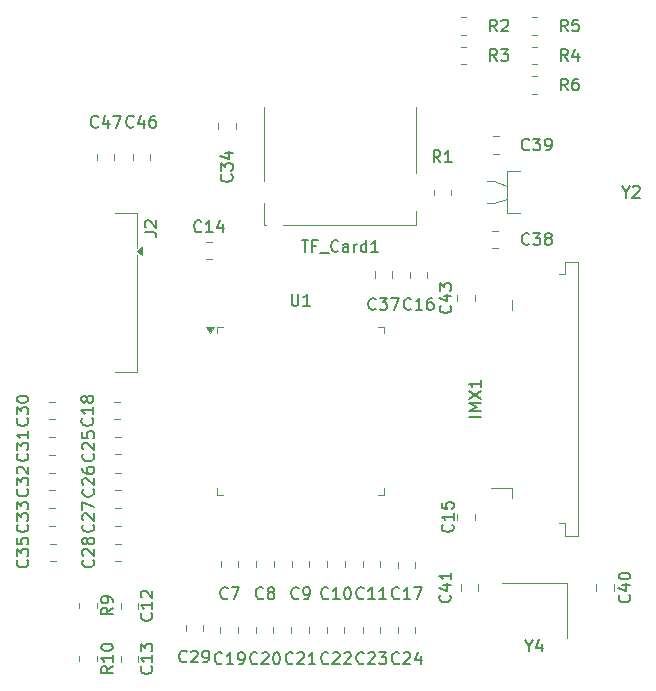
<source format=gbr>
%TF.GenerationSoftware,KiCad,Pcbnew,9.0.4*%
%TF.CreationDate,2025-10-12T20:17:52-04:00*%
%TF.ProjectId,Camera_PCB,43616d65-7261-45f5-9043-422e6b696361,rev?*%
%TF.SameCoordinates,Original*%
%TF.FileFunction,Legend,Top*%
%TF.FilePolarity,Positive*%
%FSLAX46Y46*%
G04 Gerber Fmt 4.6, Leading zero omitted, Abs format (unit mm)*
G04 Created by KiCad (PCBNEW 9.0.4) date 2025-10-12 20:17:52*
%MOMM*%
%LPD*%
G01*
G04 APERTURE LIST*
%ADD10C,0.150000*%
%ADD11C,0.120000*%
G04 APERTURE END LIST*
D10*
X156067142Y-128429580D02*
X156019523Y-128477200D01*
X156019523Y-128477200D02*
X155876666Y-128524819D01*
X155876666Y-128524819D02*
X155781428Y-128524819D01*
X155781428Y-128524819D02*
X155638571Y-128477200D01*
X155638571Y-128477200D02*
X155543333Y-128381961D01*
X155543333Y-128381961D02*
X155495714Y-128286723D01*
X155495714Y-128286723D02*
X155448095Y-128096247D01*
X155448095Y-128096247D02*
X155448095Y-127953390D01*
X155448095Y-127953390D02*
X155495714Y-127762914D01*
X155495714Y-127762914D02*
X155543333Y-127667676D01*
X155543333Y-127667676D02*
X155638571Y-127572438D01*
X155638571Y-127572438D02*
X155781428Y-127524819D01*
X155781428Y-127524819D02*
X155876666Y-127524819D01*
X155876666Y-127524819D02*
X156019523Y-127572438D01*
X156019523Y-127572438D02*
X156067142Y-127620057D01*
X156448095Y-127620057D02*
X156495714Y-127572438D01*
X156495714Y-127572438D02*
X156590952Y-127524819D01*
X156590952Y-127524819D02*
X156829047Y-127524819D01*
X156829047Y-127524819D02*
X156924285Y-127572438D01*
X156924285Y-127572438D02*
X156971904Y-127620057D01*
X156971904Y-127620057D02*
X157019523Y-127715295D01*
X157019523Y-127715295D02*
X157019523Y-127810533D01*
X157019523Y-127810533D02*
X156971904Y-127953390D01*
X156971904Y-127953390D02*
X156400476Y-128524819D01*
X156400476Y-128524819D02*
X157019523Y-128524819D01*
X157876666Y-127858152D02*
X157876666Y-128524819D01*
X157638571Y-127477200D02*
X157400476Y-128191485D01*
X157400476Y-128191485D02*
X158019523Y-128191485D01*
X141859580Y-87067857D02*
X141907200Y-87115476D01*
X141907200Y-87115476D02*
X141954819Y-87258333D01*
X141954819Y-87258333D02*
X141954819Y-87353571D01*
X141954819Y-87353571D02*
X141907200Y-87496428D01*
X141907200Y-87496428D02*
X141811961Y-87591666D01*
X141811961Y-87591666D02*
X141716723Y-87639285D01*
X141716723Y-87639285D02*
X141526247Y-87686904D01*
X141526247Y-87686904D02*
X141383390Y-87686904D01*
X141383390Y-87686904D02*
X141192914Y-87639285D01*
X141192914Y-87639285D02*
X141097676Y-87591666D01*
X141097676Y-87591666D02*
X141002438Y-87496428D01*
X141002438Y-87496428D02*
X140954819Y-87353571D01*
X140954819Y-87353571D02*
X140954819Y-87258333D01*
X140954819Y-87258333D02*
X141002438Y-87115476D01*
X141002438Y-87115476D02*
X141050057Y-87067857D01*
X140954819Y-86734523D02*
X140954819Y-86115476D01*
X140954819Y-86115476D02*
X141335771Y-86448809D01*
X141335771Y-86448809D02*
X141335771Y-86305952D01*
X141335771Y-86305952D02*
X141383390Y-86210714D01*
X141383390Y-86210714D02*
X141431009Y-86163095D01*
X141431009Y-86163095D02*
X141526247Y-86115476D01*
X141526247Y-86115476D02*
X141764342Y-86115476D01*
X141764342Y-86115476D02*
X141859580Y-86163095D01*
X141859580Y-86163095D02*
X141907200Y-86210714D01*
X141907200Y-86210714D02*
X141954819Y-86305952D01*
X141954819Y-86305952D02*
X141954819Y-86591666D01*
X141954819Y-86591666D02*
X141907200Y-86686904D01*
X141907200Y-86686904D02*
X141859580Y-86734523D01*
X141288152Y-85258333D02*
X141954819Y-85258333D01*
X140907200Y-85496428D02*
X141621485Y-85734523D01*
X141621485Y-85734523D02*
X141621485Y-85115476D01*
X139319642Y-91859580D02*
X139272023Y-91907200D01*
X139272023Y-91907200D02*
X139129166Y-91954819D01*
X139129166Y-91954819D02*
X139033928Y-91954819D01*
X139033928Y-91954819D02*
X138891071Y-91907200D01*
X138891071Y-91907200D02*
X138795833Y-91811961D01*
X138795833Y-91811961D02*
X138748214Y-91716723D01*
X138748214Y-91716723D02*
X138700595Y-91526247D01*
X138700595Y-91526247D02*
X138700595Y-91383390D01*
X138700595Y-91383390D02*
X138748214Y-91192914D01*
X138748214Y-91192914D02*
X138795833Y-91097676D01*
X138795833Y-91097676D02*
X138891071Y-91002438D01*
X138891071Y-91002438D02*
X139033928Y-90954819D01*
X139033928Y-90954819D02*
X139129166Y-90954819D01*
X139129166Y-90954819D02*
X139272023Y-91002438D01*
X139272023Y-91002438D02*
X139319642Y-91050057D01*
X140272023Y-91954819D02*
X139700595Y-91954819D01*
X139986309Y-91954819D02*
X139986309Y-90954819D01*
X139986309Y-90954819D02*
X139891071Y-91097676D01*
X139891071Y-91097676D02*
X139795833Y-91192914D01*
X139795833Y-91192914D02*
X139700595Y-91240533D01*
X141129166Y-91288152D02*
X141129166Y-91954819D01*
X140891071Y-90907200D02*
X140652976Y-91621485D01*
X140652976Y-91621485D02*
X141272023Y-91621485D01*
X131814819Y-123736666D02*
X131338628Y-124069999D01*
X131814819Y-124308094D02*
X130814819Y-124308094D01*
X130814819Y-124308094D02*
X130814819Y-123927142D01*
X130814819Y-123927142D02*
X130862438Y-123831904D01*
X130862438Y-123831904D02*
X130910057Y-123784285D01*
X130910057Y-123784285D02*
X131005295Y-123736666D01*
X131005295Y-123736666D02*
X131148152Y-123736666D01*
X131148152Y-123736666D02*
X131243390Y-123784285D01*
X131243390Y-123784285D02*
X131291009Y-123831904D01*
X131291009Y-123831904D02*
X131338628Y-123927142D01*
X131338628Y-123927142D02*
X131338628Y-124308094D01*
X131814819Y-123260475D02*
X131814819Y-123069999D01*
X131814819Y-123069999D02*
X131767200Y-122974761D01*
X131767200Y-122974761D02*
X131719580Y-122927142D01*
X131719580Y-122927142D02*
X131576723Y-122831904D01*
X131576723Y-122831904D02*
X131386247Y-122784285D01*
X131386247Y-122784285D02*
X131005295Y-122784285D01*
X131005295Y-122784285D02*
X130910057Y-122831904D01*
X130910057Y-122831904D02*
X130862438Y-122879523D01*
X130862438Y-122879523D02*
X130814819Y-122974761D01*
X130814819Y-122974761D02*
X130814819Y-123165237D01*
X130814819Y-123165237D02*
X130862438Y-123260475D01*
X130862438Y-123260475D02*
X130910057Y-123308094D01*
X130910057Y-123308094D02*
X131005295Y-123355713D01*
X131005295Y-123355713D02*
X131243390Y-123355713D01*
X131243390Y-123355713D02*
X131338628Y-123308094D01*
X131338628Y-123308094D02*
X131386247Y-123260475D01*
X131386247Y-123260475D02*
X131433866Y-123165237D01*
X131433866Y-123165237D02*
X131433866Y-122974761D01*
X131433866Y-122974761D02*
X131386247Y-122879523D01*
X131386247Y-122879523D02*
X131338628Y-122831904D01*
X131338628Y-122831904D02*
X131243390Y-122784285D01*
X147067142Y-128429580D02*
X147019523Y-128477200D01*
X147019523Y-128477200D02*
X146876666Y-128524819D01*
X146876666Y-128524819D02*
X146781428Y-128524819D01*
X146781428Y-128524819D02*
X146638571Y-128477200D01*
X146638571Y-128477200D02*
X146543333Y-128381961D01*
X146543333Y-128381961D02*
X146495714Y-128286723D01*
X146495714Y-128286723D02*
X146448095Y-128096247D01*
X146448095Y-128096247D02*
X146448095Y-127953390D01*
X146448095Y-127953390D02*
X146495714Y-127762914D01*
X146495714Y-127762914D02*
X146543333Y-127667676D01*
X146543333Y-127667676D02*
X146638571Y-127572438D01*
X146638571Y-127572438D02*
X146781428Y-127524819D01*
X146781428Y-127524819D02*
X146876666Y-127524819D01*
X146876666Y-127524819D02*
X147019523Y-127572438D01*
X147019523Y-127572438D02*
X147067142Y-127620057D01*
X147448095Y-127620057D02*
X147495714Y-127572438D01*
X147495714Y-127572438D02*
X147590952Y-127524819D01*
X147590952Y-127524819D02*
X147829047Y-127524819D01*
X147829047Y-127524819D02*
X147924285Y-127572438D01*
X147924285Y-127572438D02*
X147971904Y-127620057D01*
X147971904Y-127620057D02*
X148019523Y-127715295D01*
X148019523Y-127715295D02*
X148019523Y-127810533D01*
X148019523Y-127810533D02*
X147971904Y-127953390D01*
X147971904Y-127953390D02*
X147400476Y-128524819D01*
X147400476Y-128524819D02*
X148019523Y-128524819D01*
X148971904Y-128524819D02*
X148400476Y-128524819D01*
X148686190Y-128524819D02*
X148686190Y-127524819D01*
X148686190Y-127524819D02*
X148590952Y-127667676D01*
X148590952Y-127667676D02*
X148495714Y-127762914D01*
X148495714Y-127762914D02*
X148400476Y-127810533D01*
X141543333Y-122929580D02*
X141495714Y-122977200D01*
X141495714Y-122977200D02*
X141352857Y-123024819D01*
X141352857Y-123024819D02*
X141257619Y-123024819D01*
X141257619Y-123024819D02*
X141114762Y-122977200D01*
X141114762Y-122977200D02*
X141019524Y-122881961D01*
X141019524Y-122881961D02*
X140971905Y-122786723D01*
X140971905Y-122786723D02*
X140924286Y-122596247D01*
X140924286Y-122596247D02*
X140924286Y-122453390D01*
X140924286Y-122453390D02*
X140971905Y-122262914D01*
X140971905Y-122262914D02*
X141019524Y-122167676D01*
X141019524Y-122167676D02*
X141114762Y-122072438D01*
X141114762Y-122072438D02*
X141257619Y-122024819D01*
X141257619Y-122024819D02*
X141352857Y-122024819D01*
X141352857Y-122024819D02*
X141495714Y-122072438D01*
X141495714Y-122072438D02*
X141543333Y-122120057D01*
X141876667Y-122024819D02*
X142543333Y-122024819D01*
X142543333Y-122024819D02*
X142114762Y-123024819D01*
X160569580Y-116712857D02*
X160617200Y-116760476D01*
X160617200Y-116760476D02*
X160664819Y-116903333D01*
X160664819Y-116903333D02*
X160664819Y-116998571D01*
X160664819Y-116998571D02*
X160617200Y-117141428D01*
X160617200Y-117141428D02*
X160521961Y-117236666D01*
X160521961Y-117236666D02*
X160426723Y-117284285D01*
X160426723Y-117284285D02*
X160236247Y-117331904D01*
X160236247Y-117331904D02*
X160093390Y-117331904D01*
X160093390Y-117331904D02*
X159902914Y-117284285D01*
X159902914Y-117284285D02*
X159807676Y-117236666D01*
X159807676Y-117236666D02*
X159712438Y-117141428D01*
X159712438Y-117141428D02*
X159664819Y-116998571D01*
X159664819Y-116998571D02*
X159664819Y-116903333D01*
X159664819Y-116903333D02*
X159712438Y-116760476D01*
X159712438Y-116760476D02*
X159760057Y-116712857D01*
X160664819Y-115760476D02*
X160664819Y-116331904D01*
X160664819Y-116046190D02*
X159664819Y-116046190D01*
X159664819Y-116046190D02*
X159807676Y-116141428D01*
X159807676Y-116141428D02*
X159902914Y-116236666D01*
X159902914Y-116236666D02*
X159950533Y-116331904D01*
X159664819Y-114855714D02*
X159664819Y-115331904D01*
X159664819Y-115331904D02*
X160141009Y-115379523D01*
X160141009Y-115379523D02*
X160093390Y-115331904D01*
X160093390Y-115331904D02*
X160045771Y-115236666D01*
X160045771Y-115236666D02*
X160045771Y-114998571D01*
X160045771Y-114998571D02*
X160093390Y-114903333D01*
X160093390Y-114903333D02*
X160141009Y-114855714D01*
X160141009Y-114855714D02*
X160236247Y-114808095D01*
X160236247Y-114808095D02*
X160474342Y-114808095D01*
X160474342Y-114808095D02*
X160569580Y-114855714D01*
X160569580Y-114855714D02*
X160617200Y-114903333D01*
X160617200Y-114903333D02*
X160664819Y-114998571D01*
X160664819Y-114998571D02*
X160664819Y-115236666D01*
X160664819Y-115236666D02*
X160617200Y-115331904D01*
X160617200Y-115331904D02*
X160569580Y-115379523D01*
X130144580Y-119722857D02*
X130192200Y-119770476D01*
X130192200Y-119770476D02*
X130239819Y-119913333D01*
X130239819Y-119913333D02*
X130239819Y-120008571D01*
X130239819Y-120008571D02*
X130192200Y-120151428D01*
X130192200Y-120151428D02*
X130096961Y-120246666D01*
X130096961Y-120246666D02*
X130001723Y-120294285D01*
X130001723Y-120294285D02*
X129811247Y-120341904D01*
X129811247Y-120341904D02*
X129668390Y-120341904D01*
X129668390Y-120341904D02*
X129477914Y-120294285D01*
X129477914Y-120294285D02*
X129382676Y-120246666D01*
X129382676Y-120246666D02*
X129287438Y-120151428D01*
X129287438Y-120151428D02*
X129239819Y-120008571D01*
X129239819Y-120008571D02*
X129239819Y-119913333D01*
X129239819Y-119913333D02*
X129287438Y-119770476D01*
X129287438Y-119770476D02*
X129335057Y-119722857D01*
X129335057Y-119341904D02*
X129287438Y-119294285D01*
X129287438Y-119294285D02*
X129239819Y-119199047D01*
X129239819Y-119199047D02*
X129239819Y-118960952D01*
X129239819Y-118960952D02*
X129287438Y-118865714D01*
X129287438Y-118865714D02*
X129335057Y-118818095D01*
X129335057Y-118818095D02*
X129430295Y-118770476D01*
X129430295Y-118770476D02*
X129525533Y-118770476D01*
X129525533Y-118770476D02*
X129668390Y-118818095D01*
X129668390Y-118818095D02*
X130239819Y-119389523D01*
X130239819Y-119389523D02*
X130239819Y-118770476D01*
X129668390Y-118199047D02*
X129620771Y-118294285D01*
X129620771Y-118294285D02*
X129573152Y-118341904D01*
X129573152Y-118341904D02*
X129477914Y-118389523D01*
X129477914Y-118389523D02*
X129430295Y-118389523D01*
X129430295Y-118389523D02*
X129335057Y-118341904D01*
X129335057Y-118341904D02*
X129287438Y-118294285D01*
X129287438Y-118294285D02*
X129239819Y-118199047D01*
X129239819Y-118199047D02*
X129239819Y-118008571D01*
X129239819Y-118008571D02*
X129287438Y-117913333D01*
X129287438Y-117913333D02*
X129335057Y-117865714D01*
X129335057Y-117865714D02*
X129430295Y-117818095D01*
X129430295Y-117818095D02*
X129477914Y-117818095D01*
X129477914Y-117818095D02*
X129573152Y-117865714D01*
X129573152Y-117865714D02*
X129620771Y-117913333D01*
X129620771Y-117913333D02*
X129668390Y-118008571D01*
X129668390Y-118008571D02*
X129668390Y-118199047D01*
X129668390Y-118199047D02*
X129716009Y-118294285D01*
X129716009Y-118294285D02*
X129763628Y-118341904D01*
X129763628Y-118341904D02*
X129858866Y-118389523D01*
X129858866Y-118389523D02*
X130049342Y-118389523D01*
X130049342Y-118389523D02*
X130144580Y-118341904D01*
X130144580Y-118341904D02*
X130192200Y-118294285D01*
X130192200Y-118294285D02*
X130239819Y-118199047D01*
X130239819Y-118199047D02*
X130239819Y-118008571D01*
X130239819Y-118008571D02*
X130192200Y-117913333D01*
X130192200Y-117913333D02*
X130144580Y-117865714D01*
X130144580Y-117865714D02*
X130049342Y-117818095D01*
X130049342Y-117818095D02*
X129858866Y-117818095D01*
X129858866Y-117818095D02*
X129763628Y-117865714D01*
X129763628Y-117865714D02*
X129716009Y-117913333D01*
X129716009Y-117913333D02*
X129668390Y-118008571D01*
X135069580Y-124212857D02*
X135117200Y-124260476D01*
X135117200Y-124260476D02*
X135164819Y-124403333D01*
X135164819Y-124403333D02*
X135164819Y-124498571D01*
X135164819Y-124498571D02*
X135117200Y-124641428D01*
X135117200Y-124641428D02*
X135021961Y-124736666D01*
X135021961Y-124736666D02*
X134926723Y-124784285D01*
X134926723Y-124784285D02*
X134736247Y-124831904D01*
X134736247Y-124831904D02*
X134593390Y-124831904D01*
X134593390Y-124831904D02*
X134402914Y-124784285D01*
X134402914Y-124784285D02*
X134307676Y-124736666D01*
X134307676Y-124736666D02*
X134212438Y-124641428D01*
X134212438Y-124641428D02*
X134164819Y-124498571D01*
X134164819Y-124498571D02*
X134164819Y-124403333D01*
X134164819Y-124403333D02*
X134212438Y-124260476D01*
X134212438Y-124260476D02*
X134260057Y-124212857D01*
X135164819Y-123260476D02*
X135164819Y-123831904D01*
X135164819Y-123546190D02*
X134164819Y-123546190D01*
X134164819Y-123546190D02*
X134307676Y-123641428D01*
X134307676Y-123641428D02*
X134402914Y-123736666D01*
X134402914Y-123736666D02*
X134450533Y-123831904D01*
X134260057Y-122879523D02*
X134212438Y-122831904D01*
X134212438Y-122831904D02*
X134164819Y-122736666D01*
X134164819Y-122736666D02*
X134164819Y-122498571D01*
X134164819Y-122498571D02*
X134212438Y-122403333D01*
X134212438Y-122403333D02*
X134260057Y-122355714D01*
X134260057Y-122355714D02*
X134355295Y-122308095D01*
X134355295Y-122308095D02*
X134450533Y-122308095D01*
X134450533Y-122308095D02*
X134593390Y-122355714D01*
X134593390Y-122355714D02*
X135164819Y-122927142D01*
X135164819Y-122927142D02*
X135164819Y-122308095D01*
X134514819Y-91953333D02*
X135229104Y-91953333D01*
X135229104Y-91953333D02*
X135371961Y-92000952D01*
X135371961Y-92000952D02*
X135467200Y-92096190D01*
X135467200Y-92096190D02*
X135514819Y-92239047D01*
X135514819Y-92239047D02*
X135514819Y-92334285D01*
X134610057Y-91524761D02*
X134562438Y-91477142D01*
X134562438Y-91477142D02*
X134514819Y-91381904D01*
X134514819Y-91381904D02*
X134514819Y-91143809D01*
X134514819Y-91143809D02*
X134562438Y-91048571D01*
X134562438Y-91048571D02*
X134610057Y-91000952D01*
X134610057Y-91000952D02*
X134705295Y-90953333D01*
X134705295Y-90953333D02*
X134800533Y-90953333D01*
X134800533Y-90953333D02*
X134943390Y-91000952D01*
X134943390Y-91000952D02*
X135514819Y-91572380D01*
X135514819Y-91572380D02*
X135514819Y-90953333D01*
X150067142Y-122929580D02*
X150019523Y-122977200D01*
X150019523Y-122977200D02*
X149876666Y-123024819D01*
X149876666Y-123024819D02*
X149781428Y-123024819D01*
X149781428Y-123024819D02*
X149638571Y-122977200D01*
X149638571Y-122977200D02*
X149543333Y-122881961D01*
X149543333Y-122881961D02*
X149495714Y-122786723D01*
X149495714Y-122786723D02*
X149448095Y-122596247D01*
X149448095Y-122596247D02*
X149448095Y-122453390D01*
X149448095Y-122453390D02*
X149495714Y-122262914D01*
X149495714Y-122262914D02*
X149543333Y-122167676D01*
X149543333Y-122167676D02*
X149638571Y-122072438D01*
X149638571Y-122072438D02*
X149781428Y-122024819D01*
X149781428Y-122024819D02*
X149876666Y-122024819D01*
X149876666Y-122024819D02*
X150019523Y-122072438D01*
X150019523Y-122072438D02*
X150067142Y-122120057D01*
X151019523Y-123024819D02*
X150448095Y-123024819D01*
X150733809Y-123024819D02*
X150733809Y-122024819D01*
X150733809Y-122024819D02*
X150638571Y-122167676D01*
X150638571Y-122167676D02*
X150543333Y-122262914D01*
X150543333Y-122262914D02*
X150448095Y-122310533D01*
X151638571Y-122024819D02*
X151733809Y-122024819D01*
X151733809Y-122024819D02*
X151829047Y-122072438D01*
X151829047Y-122072438D02*
X151876666Y-122120057D01*
X151876666Y-122120057D02*
X151924285Y-122215295D01*
X151924285Y-122215295D02*
X151971904Y-122405771D01*
X151971904Y-122405771D02*
X151971904Y-122643866D01*
X151971904Y-122643866D02*
X151924285Y-122834342D01*
X151924285Y-122834342D02*
X151876666Y-122929580D01*
X151876666Y-122929580D02*
X151829047Y-122977200D01*
X151829047Y-122977200D02*
X151733809Y-123024819D01*
X151733809Y-123024819D02*
X151638571Y-123024819D01*
X151638571Y-123024819D02*
X151543333Y-122977200D01*
X151543333Y-122977200D02*
X151495714Y-122929580D01*
X151495714Y-122929580D02*
X151448095Y-122834342D01*
X151448095Y-122834342D02*
X151400476Y-122643866D01*
X151400476Y-122643866D02*
X151400476Y-122405771D01*
X151400476Y-122405771D02*
X151448095Y-122215295D01*
X151448095Y-122215295D02*
X151495714Y-122120057D01*
X151495714Y-122120057D02*
X151543333Y-122072438D01*
X151543333Y-122072438D02*
X151638571Y-122024819D01*
X150067142Y-128429580D02*
X150019523Y-128477200D01*
X150019523Y-128477200D02*
X149876666Y-128524819D01*
X149876666Y-128524819D02*
X149781428Y-128524819D01*
X149781428Y-128524819D02*
X149638571Y-128477200D01*
X149638571Y-128477200D02*
X149543333Y-128381961D01*
X149543333Y-128381961D02*
X149495714Y-128286723D01*
X149495714Y-128286723D02*
X149448095Y-128096247D01*
X149448095Y-128096247D02*
X149448095Y-127953390D01*
X149448095Y-127953390D02*
X149495714Y-127762914D01*
X149495714Y-127762914D02*
X149543333Y-127667676D01*
X149543333Y-127667676D02*
X149638571Y-127572438D01*
X149638571Y-127572438D02*
X149781428Y-127524819D01*
X149781428Y-127524819D02*
X149876666Y-127524819D01*
X149876666Y-127524819D02*
X150019523Y-127572438D01*
X150019523Y-127572438D02*
X150067142Y-127620057D01*
X150448095Y-127620057D02*
X150495714Y-127572438D01*
X150495714Y-127572438D02*
X150590952Y-127524819D01*
X150590952Y-127524819D02*
X150829047Y-127524819D01*
X150829047Y-127524819D02*
X150924285Y-127572438D01*
X150924285Y-127572438D02*
X150971904Y-127620057D01*
X150971904Y-127620057D02*
X151019523Y-127715295D01*
X151019523Y-127715295D02*
X151019523Y-127810533D01*
X151019523Y-127810533D02*
X150971904Y-127953390D01*
X150971904Y-127953390D02*
X150400476Y-128524819D01*
X150400476Y-128524819D02*
X151019523Y-128524819D01*
X151400476Y-127620057D02*
X151448095Y-127572438D01*
X151448095Y-127572438D02*
X151543333Y-127524819D01*
X151543333Y-127524819D02*
X151781428Y-127524819D01*
X151781428Y-127524819D02*
X151876666Y-127572438D01*
X151876666Y-127572438D02*
X151924285Y-127620057D01*
X151924285Y-127620057D02*
X151971904Y-127715295D01*
X151971904Y-127715295D02*
X151971904Y-127810533D01*
X151971904Y-127810533D02*
X151924285Y-127953390D01*
X151924285Y-127953390D02*
X151352857Y-128524819D01*
X151352857Y-128524819D02*
X151971904Y-128524819D01*
X175539580Y-122680357D02*
X175587200Y-122727976D01*
X175587200Y-122727976D02*
X175634819Y-122870833D01*
X175634819Y-122870833D02*
X175634819Y-122966071D01*
X175634819Y-122966071D02*
X175587200Y-123108928D01*
X175587200Y-123108928D02*
X175491961Y-123204166D01*
X175491961Y-123204166D02*
X175396723Y-123251785D01*
X175396723Y-123251785D02*
X175206247Y-123299404D01*
X175206247Y-123299404D02*
X175063390Y-123299404D01*
X175063390Y-123299404D02*
X174872914Y-123251785D01*
X174872914Y-123251785D02*
X174777676Y-123204166D01*
X174777676Y-123204166D02*
X174682438Y-123108928D01*
X174682438Y-123108928D02*
X174634819Y-122966071D01*
X174634819Y-122966071D02*
X174634819Y-122870833D01*
X174634819Y-122870833D02*
X174682438Y-122727976D01*
X174682438Y-122727976D02*
X174730057Y-122680357D01*
X174968152Y-121823214D02*
X175634819Y-121823214D01*
X174587200Y-122061309D02*
X175301485Y-122299404D01*
X175301485Y-122299404D02*
X175301485Y-121680357D01*
X174634819Y-121108928D02*
X174634819Y-121013690D01*
X174634819Y-121013690D02*
X174682438Y-120918452D01*
X174682438Y-120918452D02*
X174730057Y-120870833D01*
X174730057Y-120870833D02*
X174825295Y-120823214D01*
X174825295Y-120823214D02*
X175015771Y-120775595D01*
X175015771Y-120775595D02*
X175253866Y-120775595D01*
X175253866Y-120775595D02*
X175444342Y-120823214D01*
X175444342Y-120823214D02*
X175539580Y-120870833D01*
X175539580Y-120870833D02*
X175587200Y-120918452D01*
X175587200Y-120918452D02*
X175634819Y-121013690D01*
X175634819Y-121013690D02*
X175634819Y-121108928D01*
X175634819Y-121108928D02*
X175587200Y-121204166D01*
X175587200Y-121204166D02*
X175539580Y-121251785D01*
X175539580Y-121251785D02*
X175444342Y-121299404D01*
X175444342Y-121299404D02*
X175253866Y-121347023D01*
X175253866Y-121347023D02*
X175015771Y-121347023D01*
X175015771Y-121347023D02*
X174825295Y-121299404D01*
X174825295Y-121299404D02*
X174730057Y-121251785D01*
X174730057Y-121251785D02*
X174682438Y-121204166D01*
X174682438Y-121204166D02*
X174634819Y-121108928D01*
X141067142Y-128429580D02*
X141019523Y-128477200D01*
X141019523Y-128477200D02*
X140876666Y-128524819D01*
X140876666Y-128524819D02*
X140781428Y-128524819D01*
X140781428Y-128524819D02*
X140638571Y-128477200D01*
X140638571Y-128477200D02*
X140543333Y-128381961D01*
X140543333Y-128381961D02*
X140495714Y-128286723D01*
X140495714Y-128286723D02*
X140448095Y-128096247D01*
X140448095Y-128096247D02*
X140448095Y-127953390D01*
X140448095Y-127953390D02*
X140495714Y-127762914D01*
X140495714Y-127762914D02*
X140543333Y-127667676D01*
X140543333Y-127667676D02*
X140638571Y-127572438D01*
X140638571Y-127572438D02*
X140781428Y-127524819D01*
X140781428Y-127524819D02*
X140876666Y-127524819D01*
X140876666Y-127524819D02*
X141019523Y-127572438D01*
X141019523Y-127572438D02*
X141067142Y-127620057D01*
X142019523Y-128524819D02*
X141448095Y-128524819D01*
X141733809Y-128524819D02*
X141733809Y-127524819D01*
X141733809Y-127524819D02*
X141638571Y-127667676D01*
X141638571Y-127667676D02*
X141543333Y-127762914D01*
X141543333Y-127762914D02*
X141448095Y-127810533D01*
X142495714Y-128524819D02*
X142686190Y-128524819D01*
X142686190Y-128524819D02*
X142781428Y-128477200D01*
X142781428Y-128477200D02*
X142829047Y-128429580D01*
X142829047Y-128429580D02*
X142924285Y-128286723D01*
X142924285Y-128286723D02*
X142971904Y-128096247D01*
X142971904Y-128096247D02*
X142971904Y-127715295D01*
X142971904Y-127715295D02*
X142924285Y-127620057D01*
X142924285Y-127620057D02*
X142876666Y-127572438D01*
X142876666Y-127572438D02*
X142781428Y-127524819D01*
X142781428Y-127524819D02*
X142590952Y-127524819D01*
X142590952Y-127524819D02*
X142495714Y-127572438D01*
X142495714Y-127572438D02*
X142448095Y-127620057D01*
X142448095Y-127620057D02*
X142400476Y-127715295D01*
X142400476Y-127715295D02*
X142400476Y-127953390D01*
X142400476Y-127953390D02*
X142448095Y-128048628D01*
X142448095Y-128048628D02*
X142495714Y-128096247D01*
X142495714Y-128096247D02*
X142590952Y-128143866D01*
X142590952Y-128143866D02*
X142781428Y-128143866D01*
X142781428Y-128143866D02*
X142876666Y-128096247D01*
X142876666Y-128096247D02*
X142924285Y-128048628D01*
X142924285Y-128048628D02*
X142971904Y-127953390D01*
X124569580Y-116712857D02*
X124617200Y-116760476D01*
X124617200Y-116760476D02*
X124664819Y-116903333D01*
X124664819Y-116903333D02*
X124664819Y-116998571D01*
X124664819Y-116998571D02*
X124617200Y-117141428D01*
X124617200Y-117141428D02*
X124521961Y-117236666D01*
X124521961Y-117236666D02*
X124426723Y-117284285D01*
X124426723Y-117284285D02*
X124236247Y-117331904D01*
X124236247Y-117331904D02*
X124093390Y-117331904D01*
X124093390Y-117331904D02*
X123902914Y-117284285D01*
X123902914Y-117284285D02*
X123807676Y-117236666D01*
X123807676Y-117236666D02*
X123712438Y-117141428D01*
X123712438Y-117141428D02*
X123664819Y-116998571D01*
X123664819Y-116998571D02*
X123664819Y-116903333D01*
X123664819Y-116903333D02*
X123712438Y-116760476D01*
X123712438Y-116760476D02*
X123760057Y-116712857D01*
X123664819Y-116379523D02*
X123664819Y-115760476D01*
X123664819Y-115760476D02*
X124045771Y-116093809D01*
X124045771Y-116093809D02*
X124045771Y-115950952D01*
X124045771Y-115950952D02*
X124093390Y-115855714D01*
X124093390Y-115855714D02*
X124141009Y-115808095D01*
X124141009Y-115808095D02*
X124236247Y-115760476D01*
X124236247Y-115760476D02*
X124474342Y-115760476D01*
X124474342Y-115760476D02*
X124569580Y-115808095D01*
X124569580Y-115808095D02*
X124617200Y-115855714D01*
X124617200Y-115855714D02*
X124664819Y-115950952D01*
X124664819Y-115950952D02*
X124664819Y-116236666D01*
X124664819Y-116236666D02*
X124617200Y-116331904D01*
X124617200Y-116331904D02*
X124569580Y-116379523D01*
X123664819Y-115427142D02*
X123664819Y-114808095D01*
X123664819Y-114808095D02*
X124045771Y-115141428D01*
X124045771Y-115141428D02*
X124045771Y-114998571D01*
X124045771Y-114998571D02*
X124093390Y-114903333D01*
X124093390Y-114903333D02*
X124141009Y-114855714D01*
X124141009Y-114855714D02*
X124236247Y-114808095D01*
X124236247Y-114808095D02*
X124474342Y-114808095D01*
X124474342Y-114808095D02*
X124569580Y-114855714D01*
X124569580Y-114855714D02*
X124617200Y-114903333D01*
X124617200Y-114903333D02*
X124664819Y-114998571D01*
X124664819Y-114998571D02*
X124664819Y-115284285D01*
X124664819Y-115284285D02*
X124617200Y-115379523D01*
X124617200Y-115379523D02*
X124569580Y-115427142D01*
X124569580Y-119712857D02*
X124617200Y-119760476D01*
X124617200Y-119760476D02*
X124664819Y-119903333D01*
X124664819Y-119903333D02*
X124664819Y-119998571D01*
X124664819Y-119998571D02*
X124617200Y-120141428D01*
X124617200Y-120141428D02*
X124521961Y-120236666D01*
X124521961Y-120236666D02*
X124426723Y-120284285D01*
X124426723Y-120284285D02*
X124236247Y-120331904D01*
X124236247Y-120331904D02*
X124093390Y-120331904D01*
X124093390Y-120331904D02*
X123902914Y-120284285D01*
X123902914Y-120284285D02*
X123807676Y-120236666D01*
X123807676Y-120236666D02*
X123712438Y-120141428D01*
X123712438Y-120141428D02*
X123664819Y-119998571D01*
X123664819Y-119998571D02*
X123664819Y-119903333D01*
X123664819Y-119903333D02*
X123712438Y-119760476D01*
X123712438Y-119760476D02*
X123760057Y-119712857D01*
X123664819Y-119379523D02*
X123664819Y-118760476D01*
X123664819Y-118760476D02*
X124045771Y-119093809D01*
X124045771Y-119093809D02*
X124045771Y-118950952D01*
X124045771Y-118950952D02*
X124093390Y-118855714D01*
X124093390Y-118855714D02*
X124141009Y-118808095D01*
X124141009Y-118808095D02*
X124236247Y-118760476D01*
X124236247Y-118760476D02*
X124474342Y-118760476D01*
X124474342Y-118760476D02*
X124569580Y-118808095D01*
X124569580Y-118808095D02*
X124617200Y-118855714D01*
X124617200Y-118855714D02*
X124664819Y-118950952D01*
X124664819Y-118950952D02*
X124664819Y-119236666D01*
X124664819Y-119236666D02*
X124617200Y-119331904D01*
X124617200Y-119331904D02*
X124569580Y-119379523D01*
X123664819Y-117855714D02*
X123664819Y-118331904D01*
X123664819Y-118331904D02*
X124141009Y-118379523D01*
X124141009Y-118379523D02*
X124093390Y-118331904D01*
X124093390Y-118331904D02*
X124045771Y-118236666D01*
X124045771Y-118236666D02*
X124045771Y-117998571D01*
X124045771Y-117998571D02*
X124093390Y-117903333D01*
X124093390Y-117903333D02*
X124141009Y-117855714D01*
X124141009Y-117855714D02*
X124236247Y-117808095D01*
X124236247Y-117808095D02*
X124474342Y-117808095D01*
X124474342Y-117808095D02*
X124569580Y-117855714D01*
X124569580Y-117855714D02*
X124617200Y-117903333D01*
X124617200Y-117903333D02*
X124664819Y-117998571D01*
X124664819Y-117998571D02*
X124664819Y-118236666D01*
X124664819Y-118236666D02*
X124617200Y-118331904D01*
X124617200Y-118331904D02*
X124569580Y-118379523D01*
X160389580Y-98180357D02*
X160437200Y-98227976D01*
X160437200Y-98227976D02*
X160484819Y-98370833D01*
X160484819Y-98370833D02*
X160484819Y-98466071D01*
X160484819Y-98466071D02*
X160437200Y-98608928D01*
X160437200Y-98608928D02*
X160341961Y-98704166D01*
X160341961Y-98704166D02*
X160246723Y-98751785D01*
X160246723Y-98751785D02*
X160056247Y-98799404D01*
X160056247Y-98799404D02*
X159913390Y-98799404D01*
X159913390Y-98799404D02*
X159722914Y-98751785D01*
X159722914Y-98751785D02*
X159627676Y-98704166D01*
X159627676Y-98704166D02*
X159532438Y-98608928D01*
X159532438Y-98608928D02*
X159484819Y-98466071D01*
X159484819Y-98466071D02*
X159484819Y-98370833D01*
X159484819Y-98370833D02*
X159532438Y-98227976D01*
X159532438Y-98227976D02*
X159580057Y-98180357D01*
X159818152Y-97323214D02*
X160484819Y-97323214D01*
X159437200Y-97561309D02*
X160151485Y-97799404D01*
X160151485Y-97799404D02*
X160151485Y-97180357D01*
X159484819Y-96894642D02*
X159484819Y-96275595D01*
X159484819Y-96275595D02*
X159865771Y-96608928D01*
X159865771Y-96608928D02*
X159865771Y-96466071D01*
X159865771Y-96466071D02*
X159913390Y-96370833D01*
X159913390Y-96370833D02*
X159961009Y-96323214D01*
X159961009Y-96323214D02*
X160056247Y-96275595D01*
X160056247Y-96275595D02*
X160294342Y-96275595D01*
X160294342Y-96275595D02*
X160389580Y-96323214D01*
X160389580Y-96323214D02*
X160437200Y-96370833D01*
X160437200Y-96370833D02*
X160484819Y-96466071D01*
X160484819Y-96466071D02*
X160484819Y-96751785D01*
X160484819Y-96751785D02*
X160437200Y-96847023D01*
X160437200Y-96847023D02*
X160389580Y-96894642D01*
X154067142Y-98429580D02*
X154019523Y-98477200D01*
X154019523Y-98477200D02*
X153876666Y-98524819D01*
X153876666Y-98524819D02*
X153781428Y-98524819D01*
X153781428Y-98524819D02*
X153638571Y-98477200D01*
X153638571Y-98477200D02*
X153543333Y-98381961D01*
X153543333Y-98381961D02*
X153495714Y-98286723D01*
X153495714Y-98286723D02*
X153448095Y-98096247D01*
X153448095Y-98096247D02*
X153448095Y-97953390D01*
X153448095Y-97953390D02*
X153495714Y-97762914D01*
X153495714Y-97762914D02*
X153543333Y-97667676D01*
X153543333Y-97667676D02*
X153638571Y-97572438D01*
X153638571Y-97572438D02*
X153781428Y-97524819D01*
X153781428Y-97524819D02*
X153876666Y-97524819D01*
X153876666Y-97524819D02*
X154019523Y-97572438D01*
X154019523Y-97572438D02*
X154067142Y-97620057D01*
X154400476Y-97524819D02*
X155019523Y-97524819D01*
X155019523Y-97524819D02*
X154686190Y-97905771D01*
X154686190Y-97905771D02*
X154829047Y-97905771D01*
X154829047Y-97905771D02*
X154924285Y-97953390D01*
X154924285Y-97953390D02*
X154971904Y-98001009D01*
X154971904Y-98001009D02*
X155019523Y-98096247D01*
X155019523Y-98096247D02*
X155019523Y-98334342D01*
X155019523Y-98334342D02*
X154971904Y-98429580D01*
X154971904Y-98429580D02*
X154924285Y-98477200D01*
X154924285Y-98477200D02*
X154829047Y-98524819D01*
X154829047Y-98524819D02*
X154543333Y-98524819D01*
X154543333Y-98524819D02*
X154448095Y-98477200D01*
X154448095Y-98477200D02*
X154400476Y-98429580D01*
X155352857Y-97524819D02*
X156019523Y-97524819D01*
X156019523Y-97524819D02*
X155590952Y-98524819D01*
X170333333Y-77454819D02*
X170000000Y-76978628D01*
X169761905Y-77454819D02*
X169761905Y-76454819D01*
X169761905Y-76454819D02*
X170142857Y-76454819D01*
X170142857Y-76454819D02*
X170238095Y-76502438D01*
X170238095Y-76502438D02*
X170285714Y-76550057D01*
X170285714Y-76550057D02*
X170333333Y-76645295D01*
X170333333Y-76645295D02*
X170333333Y-76788152D01*
X170333333Y-76788152D02*
X170285714Y-76883390D01*
X170285714Y-76883390D02*
X170238095Y-76931009D01*
X170238095Y-76931009D02*
X170142857Y-76978628D01*
X170142857Y-76978628D02*
X169761905Y-76978628D01*
X171190476Y-76788152D02*
X171190476Y-77454819D01*
X170952381Y-76407200D02*
X170714286Y-77121485D01*
X170714286Y-77121485D02*
X171333333Y-77121485D01*
X167067142Y-92929580D02*
X167019523Y-92977200D01*
X167019523Y-92977200D02*
X166876666Y-93024819D01*
X166876666Y-93024819D02*
X166781428Y-93024819D01*
X166781428Y-93024819D02*
X166638571Y-92977200D01*
X166638571Y-92977200D02*
X166543333Y-92881961D01*
X166543333Y-92881961D02*
X166495714Y-92786723D01*
X166495714Y-92786723D02*
X166448095Y-92596247D01*
X166448095Y-92596247D02*
X166448095Y-92453390D01*
X166448095Y-92453390D02*
X166495714Y-92262914D01*
X166495714Y-92262914D02*
X166543333Y-92167676D01*
X166543333Y-92167676D02*
X166638571Y-92072438D01*
X166638571Y-92072438D02*
X166781428Y-92024819D01*
X166781428Y-92024819D02*
X166876666Y-92024819D01*
X166876666Y-92024819D02*
X167019523Y-92072438D01*
X167019523Y-92072438D02*
X167067142Y-92120057D01*
X167400476Y-92024819D02*
X168019523Y-92024819D01*
X168019523Y-92024819D02*
X167686190Y-92405771D01*
X167686190Y-92405771D02*
X167829047Y-92405771D01*
X167829047Y-92405771D02*
X167924285Y-92453390D01*
X167924285Y-92453390D02*
X167971904Y-92501009D01*
X167971904Y-92501009D02*
X168019523Y-92596247D01*
X168019523Y-92596247D02*
X168019523Y-92834342D01*
X168019523Y-92834342D02*
X167971904Y-92929580D01*
X167971904Y-92929580D02*
X167924285Y-92977200D01*
X167924285Y-92977200D02*
X167829047Y-93024819D01*
X167829047Y-93024819D02*
X167543333Y-93024819D01*
X167543333Y-93024819D02*
X167448095Y-92977200D01*
X167448095Y-92977200D02*
X167400476Y-92929580D01*
X168590952Y-92453390D02*
X168495714Y-92405771D01*
X168495714Y-92405771D02*
X168448095Y-92358152D01*
X168448095Y-92358152D02*
X168400476Y-92262914D01*
X168400476Y-92262914D02*
X168400476Y-92215295D01*
X168400476Y-92215295D02*
X168448095Y-92120057D01*
X168448095Y-92120057D02*
X168495714Y-92072438D01*
X168495714Y-92072438D02*
X168590952Y-92024819D01*
X168590952Y-92024819D02*
X168781428Y-92024819D01*
X168781428Y-92024819D02*
X168876666Y-92072438D01*
X168876666Y-92072438D02*
X168924285Y-92120057D01*
X168924285Y-92120057D02*
X168971904Y-92215295D01*
X168971904Y-92215295D02*
X168971904Y-92262914D01*
X168971904Y-92262914D02*
X168924285Y-92358152D01*
X168924285Y-92358152D02*
X168876666Y-92405771D01*
X168876666Y-92405771D02*
X168781428Y-92453390D01*
X168781428Y-92453390D02*
X168590952Y-92453390D01*
X168590952Y-92453390D02*
X168495714Y-92501009D01*
X168495714Y-92501009D02*
X168448095Y-92548628D01*
X168448095Y-92548628D02*
X168400476Y-92643866D01*
X168400476Y-92643866D02*
X168400476Y-92834342D01*
X168400476Y-92834342D02*
X168448095Y-92929580D01*
X168448095Y-92929580D02*
X168495714Y-92977200D01*
X168495714Y-92977200D02*
X168590952Y-93024819D01*
X168590952Y-93024819D02*
X168781428Y-93024819D01*
X168781428Y-93024819D02*
X168876666Y-92977200D01*
X168876666Y-92977200D02*
X168924285Y-92929580D01*
X168924285Y-92929580D02*
X168971904Y-92834342D01*
X168971904Y-92834342D02*
X168971904Y-92643866D01*
X168971904Y-92643866D02*
X168924285Y-92548628D01*
X168924285Y-92548628D02*
X168876666Y-92501009D01*
X168876666Y-92501009D02*
X168781428Y-92453390D01*
X130069580Y-107712857D02*
X130117200Y-107760476D01*
X130117200Y-107760476D02*
X130164819Y-107903333D01*
X130164819Y-107903333D02*
X130164819Y-107998571D01*
X130164819Y-107998571D02*
X130117200Y-108141428D01*
X130117200Y-108141428D02*
X130021961Y-108236666D01*
X130021961Y-108236666D02*
X129926723Y-108284285D01*
X129926723Y-108284285D02*
X129736247Y-108331904D01*
X129736247Y-108331904D02*
X129593390Y-108331904D01*
X129593390Y-108331904D02*
X129402914Y-108284285D01*
X129402914Y-108284285D02*
X129307676Y-108236666D01*
X129307676Y-108236666D02*
X129212438Y-108141428D01*
X129212438Y-108141428D02*
X129164819Y-107998571D01*
X129164819Y-107998571D02*
X129164819Y-107903333D01*
X129164819Y-107903333D02*
X129212438Y-107760476D01*
X129212438Y-107760476D02*
X129260057Y-107712857D01*
X130164819Y-106760476D02*
X130164819Y-107331904D01*
X130164819Y-107046190D02*
X129164819Y-107046190D01*
X129164819Y-107046190D02*
X129307676Y-107141428D01*
X129307676Y-107141428D02*
X129402914Y-107236666D01*
X129402914Y-107236666D02*
X129450533Y-107331904D01*
X129593390Y-106189047D02*
X129545771Y-106284285D01*
X129545771Y-106284285D02*
X129498152Y-106331904D01*
X129498152Y-106331904D02*
X129402914Y-106379523D01*
X129402914Y-106379523D02*
X129355295Y-106379523D01*
X129355295Y-106379523D02*
X129260057Y-106331904D01*
X129260057Y-106331904D02*
X129212438Y-106284285D01*
X129212438Y-106284285D02*
X129164819Y-106189047D01*
X129164819Y-106189047D02*
X129164819Y-105998571D01*
X129164819Y-105998571D02*
X129212438Y-105903333D01*
X129212438Y-105903333D02*
X129260057Y-105855714D01*
X129260057Y-105855714D02*
X129355295Y-105808095D01*
X129355295Y-105808095D02*
X129402914Y-105808095D01*
X129402914Y-105808095D02*
X129498152Y-105855714D01*
X129498152Y-105855714D02*
X129545771Y-105903333D01*
X129545771Y-105903333D02*
X129593390Y-105998571D01*
X129593390Y-105998571D02*
X129593390Y-106189047D01*
X129593390Y-106189047D02*
X129641009Y-106284285D01*
X129641009Y-106284285D02*
X129688628Y-106331904D01*
X129688628Y-106331904D02*
X129783866Y-106379523D01*
X129783866Y-106379523D02*
X129974342Y-106379523D01*
X129974342Y-106379523D02*
X130069580Y-106331904D01*
X130069580Y-106331904D02*
X130117200Y-106284285D01*
X130117200Y-106284285D02*
X130164819Y-106189047D01*
X130164819Y-106189047D02*
X130164819Y-105998571D01*
X130164819Y-105998571D02*
X130117200Y-105903333D01*
X130117200Y-105903333D02*
X130069580Y-105855714D01*
X130069580Y-105855714D02*
X129974342Y-105808095D01*
X129974342Y-105808095D02*
X129783866Y-105808095D01*
X129783866Y-105808095D02*
X129688628Y-105855714D01*
X129688628Y-105855714D02*
X129641009Y-105903333D01*
X129641009Y-105903333D02*
X129593390Y-105998571D01*
X167067142Y-84929580D02*
X167019523Y-84977200D01*
X167019523Y-84977200D02*
X166876666Y-85024819D01*
X166876666Y-85024819D02*
X166781428Y-85024819D01*
X166781428Y-85024819D02*
X166638571Y-84977200D01*
X166638571Y-84977200D02*
X166543333Y-84881961D01*
X166543333Y-84881961D02*
X166495714Y-84786723D01*
X166495714Y-84786723D02*
X166448095Y-84596247D01*
X166448095Y-84596247D02*
X166448095Y-84453390D01*
X166448095Y-84453390D02*
X166495714Y-84262914D01*
X166495714Y-84262914D02*
X166543333Y-84167676D01*
X166543333Y-84167676D02*
X166638571Y-84072438D01*
X166638571Y-84072438D02*
X166781428Y-84024819D01*
X166781428Y-84024819D02*
X166876666Y-84024819D01*
X166876666Y-84024819D02*
X167019523Y-84072438D01*
X167019523Y-84072438D02*
X167067142Y-84120057D01*
X167400476Y-84024819D02*
X168019523Y-84024819D01*
X168019523Y-84024819D02*
X167686190Y-84405771D01*
X167686190Y-84405771D02*
X167829047Y-84405771D01*
X167829047Y-84405771D02*
X167924285Y-84453390D01*
X167924285Y-84453390D02*
X167971904Y-84501009D01*
X167971904Y-84501009D02*
X168019523Y-84596247D01*
X168019523Y-84596247D02*
X168019523Y-84834342D01*
X168019523Y-84834342D02*
X167971904Y-84929580D01*
X167971904Y-84929580D02*
X167924285Y-84977200D01*
X167924285Y-84977200D02*
X167829047Y-85024819D01*
X167829047Y-85024819D02*
X167543333Y-85024819D01*
X167543333Y-85024819D02*
X167448095Y-84977200D01*
X167448095Y-84977200D02*
X167400476Y-84929580D01*
X168495714Y-85024819D02*
X168686190Y-85024819D01*
X168686190Y-85024819D02*
X168781428Y-84977200D01*
X168781428Y-84977200D02*
X168829047Y-84929580D01*
X168829047Y-84929580D02*
X168924285Y-84786723D01*
X168924285Y-84786723D02*
X168971904Y-84596247D01*
X168971904Y-84596247D02*
X168971904Y-84215295D01*
X168971904Y-84215295D02*
X168924285Y-84120057D01*
X168924285Y-84120057D02*
X168876666Y-84072438D01*
X168876666Y-84072438D02*
X168781428Y-84024819D01*
X168781428Y-84024819D02*
X168590952Y-84024819D01*
X168590952Y-84024819D02*
X168495714Y-84072438D01*
X168495714Y-84072438D02*
X168448095Y-84120057D01*
X168448095Y-84120057D02*
X168400476Y-84215295D01*
X168400476Y-84215295D02*
X168400476Y-84453390D01*
X168400476Y-84453390D02*
X168448095Y-84548628D01*
X168448095Y-84548628D02*
X168495714Y-84596247D01*
X168495714Y-84596247D02*
X168590952Y-84643866D01*
X168590952Y-84643866D02*
X168781428Y-84643866D01*
X168781428Y-84643866D02*
X168876666Y-84596247D01*
X168876666Y-84596247D02*
X168924285Y-84548628D01*
X168924285Y-84548628D02*
X168971904Y-84453390D01*
X153057142Y-122929580D02*
X153009523Y-122977200D01*
X153009523Y-122977200D02*
X152866666Y-123024819D01*
X152866666Y-123024819D02*
X152771428Y-123024819D01*
X152771428Y-123024819D02*
X152628571Y-122977200D01*
X152628571Y-122977200D02*
X152533333Y-122881961D01*
X152533333Y-122881961D02*
X152485714Y-122786723D01*
X152485714Y-122786723D02*
X152438095Y-122596247D01*
X152438095Y-122596247D02*
X152438095Y-122453390D01*
X152438095Y-122453390D02*
X152485714Y-122262914D01*
X152485714Y-122262914D02*
X152533333Y-122167676D01*
X152533333Y-122167676D02*
X152628571Y-122072438D01*
X152628571Y-122072438D02*
X152771428Y-122024819D01*
X152771428Y-122024819D02*
X152866666Y-122024819D01*
X152866666Y-122024819D02*
X153009523Y-122072438D01*
X153009523Y-122072438D02*
X153057142Y-122120057D01*
X154009523Y-123024819D02*
X153438095Y-123024819D01*
X153723809Y-123024819D02*
X153723809Y-122024819D01*
X153723809Y-122024819D02*
X153628571Y-122167676D01*
X153628571Y-122167676D02*
X153533333Y-122262914D01*
X153533333Y-122262914D02*
X153438095Y-122310533D01*
X154961904Y-123024819D02*
X154390476Y-123024819D01*
X154676190Y-123024819D02*
X154676190Y-122024819D01*
X154676190Y-122024819D02*
X154580952Y-122167676D01*
X154580952Y-122167676D02*
X154485714Y-122262914D01*
X154485714Y-122262914D02*
X154390476Y-122310533D01*
X130144580Y-116722857D02*
X130192200Y-116770476D01*
X130192200Y-116770476D02*
X130239819Y-116913333D01*
X130239819Y-116913333D02*
X130239819Y-117008571D01*
X130239819Y-117008571D02*
X130192200Y-117151428D01*
X130192200Y-117151428D02*
X130096961Y-117246666D01*
X130096961Y-117246666D02*
X130001723Y-117294285D01*
X130001723Y-117294285D02*
X129811247Y-117341904D01*
X129811247Y-117341904D02*
X129668390Y-117341904D01*
X129668390Y-117341904D02*
X129477914Y-117294285D01*
X129477914Y-117294285D02*
X129382676Y-117246666D01*
X129382676Y-117246666D02*
X129287438Y-117151428D01*
X129287438Y-117151428D02*
X129239819Y-117008571D01*
X129239819Y-117008571D02*
X129239819Y-116913333D01*
X129239819Y-116913333D02*
X129287438Y-116770476D01*
X129287438Y-116770476D02*
X129335057Y-116722857D01*
X129335057Y-116341904D02*
X129287438Y-116294285D01*
X129287438Y-116294285D02*
X129239819Y-116199047D01*
X129239819Y-116199047D02*
X129239819Y-115960952D01*
X129239819Y-115960952D02*
X129287438Y-115865714D01*
X129287438Y-115865714D02*
X129335057Y-115818095D01*
X129335057Y-115818095D02*
X129430295Y-115770476D01*
X129430295Y-115770476D02*
X129525533Y-115770476D01*
X129525533Y-115770476D02*
X129668390Y-115818095D01*
X129668390Y-115818095D02*
X130239819Y-116389523D01*
X130239819Y-116389523D02*
X130239819Y-115770476D01*
X129239819Y-115437142D02*
X129239819Y-114770476D01*
X129239819Y-114770476D02*
X130239819Y-115199047D01*
X124569580Y-113712857D02*
X124617200Y-113760476D01*
X124617200Y-113760476D02*
X124664819Y-113903333D01*
X124664819Y-113903333D02*
X124664819Y-113998571D01*
X124664819Y-113998571D02*
X124617200Y-114141428D01*
X124617200Y-114141428D02*
X124521961Y-114236666D01*
X124521961Y-114236666D02*
X124426723Y-114284285D01*
X124426723Y-114284285D02*
X124236247Y-114331904D01*
X124236247Y-114331904D02*
X124093390Y-114331904D01*
X124093390Y-114331904D02*
X123902914Y-114284285D01*
X123902914Y-114284285D02*
X123807676Y-114236666D01*
X123807676Y-114236666D02*
X123712438Y-114141428D01*
X123712438Y-114141428D02*
X123664819Y-113998571D01*
X123664819Y-113998571D02*
X123664819Y-113903333D01*
X123664819Y-113903333D02*
X123712438Y-113760476D01*
X123712438Y-113760476D02*
X123760057Y-113712857D01*
X123664819Y-113379523D02*
X123664819Y-112760476D01*
X123664819Y-112760476D02*
X124045771Y-113093809D01*
X124045771Y-113093809D02*
X124045771Y-112950952D01*
X124045771Y-112950952D02*
X124093390Y-112855714D01*
X124093390Y-112855714D02*
X124141009Y-112808095D01*
X124141009Y-112808095D02*
X124236247Y-112760476D01*
X124236247Y-112760476D02*
X124474342Y-112760476D01*
X124474342Y-112760476D02*
X124569580Y-112808095D01*
X124569580Y-112808095D02*
X124617200Y-112855714D01*
X124617200Y-112855714D02*
X124664819Y-112950952D01*
X124664819Y-112950952D02*
X124664819Y-113236666D01*
X124664819Y-113236666D02*
X124617200Y-113331904D01*
X124617200Y-113331904D02*
X124569580Y-113379523D01*
X123760057Y-112379523D02*
X123712438Y-112331904D01*
X123712438Y-112331904D02*
X123664819Y-112236666D01*
X123664819Y-112236666D02*
X123664819Y-111998571D01*
X123664819Y-111998571D02*
X123712438Y-111903333D01*
X123712438Y-111903333D02*
X123760057Y-111855714D01*
X123760057Y-111855714D02*
X123855295Y-111808095D01*
X123855295Y-111808095D02*
X123950533Y-111808095D01*
X123950533Y-111808095D02*
X124093390Y-111855714D01*
X124093390Y-111855714D02*
X124664819Y-112427142D01*
X124664819Y-112427142D02*
X124664819Y-111808095D01*
X146948095Y-97174819D02*
X146948095Y-97984342D01*
X146948095Y-97984342D02*
X146995714Y-98079580D01*
X146995714Y-98079580D02*
X147043333Y-98127200D01*
X147043333Y-98127200D02*
X147138571Y-98174819D01*
X147138571Y-98174819D02*
X147329047Y-98174819D01*
X147329047Y-98174819D02*
X147424285Y-98127200D01*
X147424285Y-98127200D02*
X147471904Y-98079580D01*
X147471904Y-98079580D02*
X147519523Y-97984342D01*
X147519523Y-97984342D02*
X147519523Y-97174819D01*
X148519523Y-98174819D02*
X147948095Y-98174819D01*
X148233809Y-98174819D02*
X148233809Y-97174819D01*
X148233809Y-97174819D02*
X148138571Y-97317676D01*
X148138571Y-97317676D02*
X148043333Y-97412914D01*
X148043333Y-97412914D02*
X147948095Y-97460533D01*
X159543333Y-86024819D02*
X159210000Y-85548628D01*
X158971905Y-86024819D02*
X158971905Y-85024819D01*
X158971905Y-85024819D02*
X159352857Y-85024819D01*
X159352857Y-85024819D02*
X159448095Y-85072438D01*
X159448095Y-85072438D02*
X159495714Y-85120057D01*
X159495714Y-85120057D02*
X159543333Y-85215295D01*
X159543333Y-85215295D02*
X159543333Y-85358152D01*
X159543333Y-85358152D02*
X159495714Y-85453390D01*
X159495714Y-85453390D02*
X159448095Y-85501009D01*
X159448095Y-85501009D02*
X159352857Y-85548628D01*
X159352857Y-85548628D02*
X158971905Y-85548628D01*
X160495714Y-86024819D02*
X159924286Y-86024819D01*
X160210000Y-86024819D02*
X160210000Y-85024819D01*
X160210000Y-85024819D02*
X160114762Y-85167676D01*
X160114762Y-85167676D02*
X160019524Y-85262914D01*
X160019524Y-85262914D02*
X159924286Y-85310533D01*
X162964819Y-107593808D02*
X161964819Y-107593808D01*
X162964819Y-107117618D02*
X161964819Y-107117618D01*
X161964819Y-107117618D02*
X162679104Y-106784285D01*
X162679104Y-106784285D02*
X161964819Y-106450952D01*
X161964819Y-106450952D02*
X162964819Y-106450952D01*
X161964819Y-106069999D02*
X162964819Y-105403333D01*
X161964819Y-105403333D02*
X162964819Y-106069999D01*
X162964819Y-104498571D02*
X162964819Y-105069999D01*
X162964819Y-104784285D02*
X161964819Y-104784285D01*
X161964819Y-104784285D02*
X162107676Y-104879523D01*
X162107676Y-104879523D02*
X162202914Y-104974761D01*
X162202914Y-104974761D02*
X162250533Y-105069999D01*
X135069580Y-128712857D02*
X135117200Y-128760476D01*
X135117200Y-128760476D02*
X135164819Y-128903333D01*
X135164819Y-128903333D02*
X135164819Y-128998571D01*
X135164819Y-128998571D02*
X135117200Y-129141428D01*
X135117200Y-129141428D02*
X135021961Y-129236666D01*
X135021961Y-129236666D02*
X134926723Y-129284285D01*
X134926723Y-129284285D02*
X134736247Y-129331904D01*
X134736247Y-129331904D02*
X134593390Y-129331904D01*
X134593390Y-129331904D02*
X134402914Y-129284285D01*
X134402914Y-129284285D02*
X134307676Y-129236666D01*
X134307676Y-129236666D02*
X134212438Y-129141428D01*
X134212438Y-129141428D02*
X134164819Y-128998571D01*
X134164819Y-128998571D02*
X134164819Y-128903333D01*
X134164819Y-128903333D02*
X134212438Y-128760476D01*
X134212438Y-128760476D02*
X134260057Y-128712857D01*
X135164819Y-127760476D02*
X135164819Y-128331904D01*
X135164819Y-128046190D02*
X134164819Y-128046190D01*
X134164819Y-128046190D02*
X134307676Y-128141428D01*
X134307676Y-128141428D02*
X134402914Y-128236666D01*
X134402914Y-128236666D02*
X134450533Y-128331904D01*
X134164819Y-127427142D02*
X134164819Y-126808095D01*
X134164819Y-126808095D02*
X134545771Y-127141428D01*
X134545771Y-127141428D02*
X134545771Y-126998571D01*
X134545771Y-126998571D02*
X134593390Y-126903333D01*
X134593390Y-126903333D02*
X134641009Y-126855714D01*
X134641009Y-126855714D02*
X134736247Y-126808095D01*
X134736247Y-126808095D02*
X134974342Y-126808095D01*
X134974342Y-126808095D02*
X135069580Y-126855714D01*
X135069580Y-126855714D02*
X135117200Y-126903333D01*
X135117200Y-126903333D02*
X135164819Y-126998571D01*
X135164819Y-126998571D02*
X135164819Y-127284285D01*
X135164819Y-127284285D02*
X135117200Y-127379523D01*
X135117200Y-127379523D02*
X135069580Y-127427142D01*
X156067142Y-122929580D02*
X156019523Y-122977200D01*
X156019523Y-122977200D02*
X155876666Y-123024819D01*
X155876666Y-123024819D02*
X155781428Y-123024819D01*
X155781428Y-123024819D02*
X155638571Y-122977200D01*
X155638571Y-122977200D02*
X155543333Y-122881961D01*
X155543333Y-122881961D02*
X155495714Y-122786723D01*
X155495714Y-122786723D02*
X155448095Y-122596247D01*
X155448095Y-122596247D02*
X155448095Y-122453390D01*
X155448095Y-122453390D02*
X155495714Y-122262914D01*
X155495714Y-122262914D02*
X155543333Y-122167676D01*
X155543333Y-122167676D02*
X155638571Y-122072438D01*
X155638571Y-122072438D02*
X155781428Y-122024819D01*
X155781428Y-122024819D02*
X155876666Y-122024819D01*
X155876666Y-122024819D02*
X156019523Y-122072438D01*
X156019523Y-122072438D02*
X156067142Y-122120057D01*
X157019523Y-123024819D02*
X156448095Y-123024819D01*
X156733809Y-123024819D02*
X156733809Y-122024819D01*
X156733809Y-122024819D02*
X156638571Y-122167676D01*
X156638571Y-122167676D02*
X156543333Y-122262914D01*
X156543333Y-122262914D02*
X156448095Y-122310533D01*
X157352857Y-122024819D02*
X158019523Y-122024819D01*
X158019523Y-122024819D02*
X157590952Y-123024819D01*
X153067142Y-128429580D02*
X153019523Y-128477200D01*
X153019523Y-128477200D02*
X152876666Y-128524819D01*
X152876666Y-128524819D02*
X152781428Y-128524819D01*
X152781428Y-128524819D02*
X152638571Y-128477200D01*
X152638571Y-128477200D02*
X152543333Y-128381961D01*
X152543333Y-128381961D02*
X152495714Y-128286723D01*
X152495714Y-128286723D02*
X152448095Y-128096247D01*
X152448095Y-128096247D02*
X152448095Y-127953390D01*
X152448095Y-127953390D02*
X152495714Y-127762914D01*
X152495714Y-127762914D02*
X152543333Y-127667676D01*
X152543333Y-127667676D02*
X152638571Y-127572438D01*
X152638571Y-127572438D02*
X152781428Y-127524819D01*
X152781428Y-127524819D02*
X152876666Y-127524819D01*
X152876666Y-127524819D02*
X153019523Y-127572438D01*
X153019523Y-127572438D02*
X153067142Y-127620057D01*
X153448095Y-127620057D02*
X153495714Y-127572438D01*
X153495714Y-127572438D02*
X153590952Y-127524819D01*
X153590952Y-127524819D02*
X153829047Y-127524819D01*
X153829047Y-127524819D02*
X153924285Y-127572438D01*
X153924285Y-127572438D02*
X153971904Y-127620057D01*
X153971904Y-127620057D02*
X154019523Y-127715295D01*
X154019523Y-127715295D02*
X154019523Y-127810533D01*
X154019523Y-127810533D02*
X153971904Y-127953390D01*
X153971904Y-127953390D02*
X153400476Y-128524819D01*
X153400476Y-128524819D02*
X154019523Y-128524819D01*
X154352857Y-127524819D02*
X154971904Y-127524819D01*
X154971904Y-127524819D02*
X154638571Y-127905771D01*
X154638571Y-127905771D02*
X154781428Y-127905771D01*
X154781428Y-127905771D02*
X154876666Y-127953390D01*
X154876666Y-127953390D02*
X154924285Y-128001009D01*
X154924285Y-128001009D02*
X154971904Y-128096247D01*
X154971904Y-128096247D02*
X154971904Y-128334342D01*
X154971904Y-128334342D02*
X154924285Y-128429580D01*
X154924285Y-128429580D02*
X154876666Y-128477200D01*
X154876666Y-128477200D02*
X154781428Y-128524819D01*
X154781428Y-128524819D02*
X154495714Y-128524819D01*
X154495714Y-128524819D02*
X154400476Y-128477200D01*
X154400476Y-128477200D02*
X154352857Y-128429580D01*
X167023809Y-126978628D02*
X167023809Y-127454819D01*
X166690476Y-126454819D02*
X167023809Y-126978628D01*
X167023809Y-126978628D02*
X167357142Y-126454819D01*
X168119047Y-126788152D02*
X168119047Y-127454819D01*
X167880952Y-126407200D02*
X167642857Y-127121485D01*
X167642857Y-127121485D02*
X168261904Y-127121485D01*
X124569580Y-110712857D02*
X124617200Y-110760476D01*
X124617200Y-110760476D02*
X124664819Y-110903333D01*
X124664819Y-110903333D02*
X124664819Y-110998571D01*
X124664819Y-110998571D02*
X124617200Y-111141428D01*
X124617200Y-111141428D02*
X124521961Y-111236666D01*
X124521961Y-111236666D02*
X124426723Y-111284285D01*
X124426723Y-111284285D02*
X124236247Y-111331904D01*
X124236247Y-111331904D02*
X124093390Y-111331904D01*
X124093390Y-111331904D02*
X123902914Y-111284285D01*
X123902914Y-111284285D02*
X123807676Y-111236666D01*
X123807676Y-111236666D02*
X123712438Y-111141428D01*
X123712438Y-111141428D02*
X123664819Y-110998571D01*
X123664819Y-110998571D02*
X123664819Y-110903333D01*
X123664819Y-110903333D02*
X123712438Y-110760476D01*
X123712438Y-110760476D02*
X123760057Y-110712857D01*
X123664819Y-110379523D02*
X123664819Y-109760476D01*
X123664819Y-109760476D02*
X124045771Y-110093809D01*
X124045771Y-110093809D02*
X124045771Y-109950952D01*
X124045771Y-109950952D02*
X124093390Y-109855714D01*
X124093390Y-109855714D02*
X124141009Y-109808095D01*
X124141009Y-109808095D02*
X124236247Y-109760476D01*
X124236247Y-109760476D02*
X124474342Y-109760476D01*
X124474342Y-109760476D02*
X124569580Y-109808095D01*
X124569580Y-109808095D02*
X124617200Y-109855714D01*
X124617200Y-109855714D02*
X124664819Y-109950952D01*
X124664819Y-109950952D02*
X124664819Y-110236666D01*
X124664819Y-110236666D02*
X124617200Y-110331904D01*
X124617200Y-110331904D02*
X124569580Y-110379523D01*
X124664819Y-108808095D02*
X124664819Y-109379523D01*
X124664819Y-109093809D02*
X123664819Y-109093809D01*
X123664819Y-109093809D02*
X123807676Y-109189047D01*
X123807676Y-109189047D02*
X123902914Y-109284285D01*
X123902914Y-109284285D02*
X123950533Y-109379523D01*
X170333333Y-74954819D02*
X170000000Y-74478628D01*
X169761905Y-74954819D02*
X169761905Y-73954819D01*
X169761905Y-73954819D02*
X170142857Y-73954819D01*
X170142857Y-73954819D02*
X170238095Y-74002438D01*
X170238095Y-74002438D02*
X170285714Y-74050057D01*
X170285714Y-74050057D02*
X170333333Y-74145295D01*
X170333333Y-74145295D02*
X170333333Y-74288152D01*
X170333333Y-74288152D02*
X170285714Y-74383390D01*
X170285714Y-74383390D02*
X170238095Y-74431009D01*
X170238095Y-74431009D02*
X170142857Y-74478628D01*
X170142857Y-74478628D02*
X169761905Y-74478628D01*
X171238095Y-73954819D02*
X170761905Y-73954819D01*
X170761905Y-73954819D02*
X170714286Y-74431009D01*
X170714286Y-74431009D02*
X170761905Y-74383390D01*
X170761905Y-74383390D02*
X170857143Y-74335771D01*
X170857143Y-74335771D02*
X171095238Y-74335771D01*
X171095238Y-74335771D02*
X171190476Y-74383390D01*
X171190476Y-74383390D02*
X171238095Y-74431009D01*
X171238095Y-74431009D02*
X171285714Y-74526247D01*
X171285714Y-74526247D02*
X171285714Y-74764342D01*
X171285714Y-74764342D02*
X171238095Y-74859580D01*
X171238095Y-74859580D02*
X171190476Y-74907200D01*
X171190476Y-74907200D02*
X171095238Y-74954819D01*
X171095238Y-74954819D02*
X170857143Y-74954819D01*
X170857143Y-74954819D02*
X170761905Y-74907200D01*
X170761905Y-74907200D02*
X170714286Y-74859580D01*
X130144580Y-113722857D02*
X130192200Y-113770476D01*
X130192200Y-113770476D02*
X130239819Y-113913333D01*
X130239819Y-113913333D02*
X130239819Y-114008571D01*
X130239819Y-114008571D02*
X130192200Y-114151428D01*
X130192200Y-114151428D02*
X130096961Y-114246666D01*
X130096961Y-114246666D02*
X130001723Y-114294285D01*
X130001723Y-114294285D02*
X129811247Y-114341904D01*
X129811247Y-114341904D02*
X129668390Y-114341904D01*
X129668390Y-114341904D02*
X129477914Y-114294285D01*
X129477914Y-114294285D02*
X129382676Y-114246666D01*
X129382676Y-114246666D02*
X129287438Y-114151428D01*
X129287438Y-114151428D02*
X129239819Y-114008571D01*
X129239819Y-114008571D02*
X129239819Y-113913333D01*
X129239819Y-113913333D02*
X129287438Y-113770476D01*
X129287438Y-113770476D02*
X129335057Y-113722857D01*
X129335057Y-113341904D02*
X129287438Y-113294285D01*
X129287438Y-113294285D02*
X129239819Y-113199047D01*
X129239819Y-113199047D02*
X129239819Y-112960952D01*
X129239819Y-112960952D02*
X129287438Y-112865714D01*
X129287438Y-112865714D02*
X129335057Y-112818095D01*
X129335057Y-112818095D02*
X129430295Y-112770476D01*
X129430295Y-112770476D02*
X129525533Y-112770476D01*
X129525533Y-112770476D02*
X129668390Y-112818095D01*
X129668390Y-112818095D02*
X130239819Y-113389523D01*
X130239819Y-113389523D02*
X130239819Y-112770476D01*
X129239819Y-111913333D02*
X129239819Y-112103809D01*
X129239819Y-112103809D02*
X129287438Y-112199047D01*
X129287438Y-112199047D02*
X129335057Y-112246666D01*
X129335057Y-112246666D02*
X129477914Y-112341904D01*
X129477914Y-112341904D02*
X129668390Y-112389523D01*
X129668390Y-112389523D02*
X130049342Y-112389523D01*
X130049342Y-112389523D02*
X130144580Y-112341904D01*
X130144580Y-112341904D02*
X130192200Y-112294285D01*
X130192200Y-112294285D02*
X130239819Y-112199047D01*
X130239819Y-112199047D02*
X130239819Y-112008571D01*
X130239819Y-112008571D02*
X130192200Y-111913333D01*
X130192200Y-111913333D02*
X130144580Y-111865714D01*
X130144580Y-111865714D02*
X130049342Y-111818095D01*
X130049342Y-111818095D02*
X129811247Y-111818095D01*
X129811247Y-111818095D02*
X129716009Y-111865714D01*
X129716009Y-111865714D02*
X129668390Y-111913333D01*
X129668390Y-111913333D02*
X129620771Y-112008571D01*
X129620771Y-112008571D02*
X129620771Y-112199047D01*
X129620771Y-112199047D02*
X129668390Y-112294285D01*
X129668390Y-112294285D02*
X129716009Y-112341904D01*
X129716009Y-112341904D02*
X129811247Y-112389523D01*
X164333333Y-74954819D02*
X164000000Y-74478628D01*
X163761905Y-74954819D02*
X163761905Y-73954819D01*
X163761905Y-73954819D02*
X164142857Y-73954819D01*
X164142857Y-73954819D02*
X164238095Y-74002438D01*
X164238095Y-74002438D02*
X164285714Y-74050057D01*
X164285714Y-74050057D02*
X164333333Y-74145295D01*
X164333333Y-74145295D02*
X164333333Y-74288152D01*
X164333333Y-74288152D02*
X164285714Y-74383390D01*
X164285714Y-74383390D02*
X164238095Y-74431009D01*
X164238095Y-74431009D02*
X164142857Y-74478628D01*
X164142857Y-74478628D02*
X163761905Y-74478628D01*
X164714286Y-74050057D02*
X164761905Y-74002438D01*
X164761905Y-74002438D02*
X164857143Y-73954819D01*
X164857143Y-73954819D02*
X165095238Y-73954819D01*
X165095238Y-73954819D02*
X165190476Y-74002438D01*
X165190476Y-74002438D02*
X165238095Y-74050057D01*
X165238095Y-74050057D02*
X165285714Y-74145295D01*
X165285714Y-74145295D02*
X165285714Y-74240533D01*
X165285714Y-74240533D02*
X165238095Y-74383390D01*
X165238095Y-74383390D02*
X164666667Y-74954819D01*
X164666667Y-74954819D02*
X165285714Y-74954819D01*
X157067142Y-98429580D02*
X157019523Y-98477200D01*
X157019523Y-98477200D02*
X156876666Y-98524819D01*
X156876666Y-98524819D02*
X156781428Y-98524819D01*
X156781428Y-98524819D02*
X156638571Y-98477200D01*
X156638571Y-98477200D02*
X156543333Y-98381961D01*
X156543333Y-98381961D02*
X156495714Y-98286723D01*
X156495714Y-98286723D02*
X156448095Y-98096247D01*
X156448095Y-98096247D02*
X156448095Y-97953390D01*
X156448095Y-97953390D02*
X156495714Y-97762914D01*
X156495714Y-97762914D02*
X156543333Y-97667676D01*
X156543333Y-97667676D02*
X156638571Y-97572438D01*
X156638571Y-97572438D02*
X156781428Y-97524819D01*
X156781428Y-97524819D02*
X156876666Y-97524819D01*
X156876666Y-97524819D02*
X157019523Y-97572438D01*
X157019523Y-97572438D02*
X157067142Y-97620057D01*
X158019523Y-98524819D02*
X157448095Y-98524819D01*
X157733809Y-98524819D02*
X157733809Y-97524819D01*
X157733809Y-97524819D02*
X157638571Y-97667676D01*
X157638571Y-97667676D02*
X157543333Y-97762914D01*
X157543333Y-97762914D02*
X157448095Y-97810533D01*
X158876666Y-97524819D02*
X158686190Y-97524819D01*
X158686190Y-97524819D02*
X158590952Y-97572438D01*
X158590952Y-97572438D02*
X158543333Y-97620057D01*
X158543333Y-97620057D02*
X158448095Y-97762914D01*
X158448095Y-97762914D02*
X158400476Y-97953390D01*
X158400476Y-97953390D02*
X158400476Y-98334342D01*
X158400476Y-98334342D02*
X158448095Y-98429580D01*
X158448095Y-98429580D02*
X158495714Y-98477200D01*
X158495714Y-98477200D02*
X158590952Y-98524819D01*
X158590952Y-98524819D02*
X158781428Y-98524819D01*
X158781428Y-98524819D02*
X158876666Y-98477200D01*
X158876666Y-98477200D02*
X158924285Y-98429580D01*
X158924285Y-98429580D02*
X158971904Y-98334342D01*
X158971904Y-98334342D02*
X158971904Y-98096247D01*
X158971904Y-98096247D02*
X158924285Y-98001009D01*
X158924285Y-98001009D02*
X158876666Y-97953390D01*
X158876666Y-97953390D02*
X158781428Y-97905771D01*
X158781428Y-97905771D02*
X158590952Y-97905771D01*
X158590952Y-97905771D02*
X158495714Y-97953390D01*
X158495714Y-97953390D02*
X158448095Y-98001009D01*
X158448095Y-98001009D02*
X158400476Y-98096247D01*
X175233809Y-88548628D02*
X175233809Y-89024819D01*
X174900476Y-88024819D02*
X175233809Y-88548628D01*
X175233809Y-88548628D02*
X175567142Y-88024819D01*
X175852857Y-88120057D02*
X175900476Y-88072438D01*
X175900476Y-88072438D02*
X175995714Y-88024819D01*
X175995714Y-88024819D02*
X176233809Y-88024819D01*
X176233809Y-88024819D02*
X176329047Y-88072438D01*
X176329047Y-88072438D02*
X176376666Y-88120057D01*
X176376666Y-88120057D02*
X176424285Y-88215295D01*
X176424285Y-88215295D02*
X176424285Y-88310533D01*
X176424285Y-88310533D02*
X176376666Y-88453390D01*
X176376666Y-88453390D02*
X175805238Y-89024819D01*
X175805238Y-89024819D02*
X176424285Y-89024819D01*
X130577142Y-83004580D02*
X130529523Y-83052200D01*
X130529523Y-83052200D02*
X130386666Y-83099819D01*
X130386666Y-83099819D02*
X130291428Y-83099819D01*
X130291428Y-83099819D02*
X130148571Y-83052200D01*
X130148571Y-83052200D02*
X130053333Y-82956961D01*
X130053333Y-82956961D02*
X130005714Y-82861723D01*
X130005714Y-82861723D02*
X129958095Y-82671247D01*
X129958095Y-82671247D02*
X129958095Y-82528390D01*
X129958095Y-82528390D02*
X130005714Y-82337914D01*
X130005714Y-82337914D02*
X130053333Y-82242676D01*
X130053333Y-82242676D02*
X130148571Y-82147438D01*
X130148571Y-82147438D02*
X130291428Y-82099819D01*
X130291428Y-82099819D02*
X130386666Y-82099819D01*
X130386666Y-82099819D02*
X130529523Y-82147438D01*
X130529523Y-82147438D02*
X130577142Y-82195057D01*
X131434285Y-82433152D02*
X131434285Y-83099819D01*
X131196190Y-82052200D02*
X130958095Y-82766485D01*
X130958095Y-82766485D02*
X131577142Y-82766485D01*
X131862857Y-82099819D02*
X132529523Y-82099819D01*
X132529523Y-82099819D02*
X132100952Y-83099819D01*
X164333333Y-77454819D02*
X164000000Y-76978628D01*
X163761905Y-77454819D02*
X163761905Y-76454819D01*
X163761905Y-76454819D02*
X164142857Y-76454819D01*
X164142857Y-76454819D02*
X164238095Y-76502438D01*
X164238095Y-76502438D02*
X164285714Y-76550057D01*
X164285714Y-76550057D02*
X164333333Y-76645295D01*
X164333333Y-76645295D02*
X164333333Y-76788152D01*
X164333333Y-76788152D02*
X164285714Y-76883390D01*
X164285714Y-76883390D02*
X164238095Y-76931009D01*
X164238095Y-76931009D02*
X164142857Y-76978628D01*
X164142857Y-76978628D02*
X163761905Y-76978628D01*
X164666667Y-76454819D02*
X165285714Y-76454819D01*
X165285714Y-76454819D02*
X164952381Y-76835771D01*
X164952381Y-76835771D02*
X165095238Y-76835771D01*
X165095238Y-76835771D02*
X165190476Y-76883390D01*
X165190476Y-76883390D02*
X165238095Y-76931009D01*
X165238095Y-76931009D02*
X165285714Y-77026247D01*
X165285714Y-77026247D02*
X165285714Y-77264342D01*
X165285714Y-77264342D02*
X165238095Y-77359580D01*
X165238095Y-77359580D02*
X165190476Y-77407200D01*
X165190476Y-77407200D02*
X165095238Y-77454819D01*
X165095238Y-77454819D02*
X164809524Y-77454819D01*
X164809524Y-77454819D02*
X164714286Y-77407200D01*
X164714286Y-77407200D02*
X164666667Y-77359580D01*
X147553333Y-122929580D02*
X147505714Y-122977200D01*
X147505714Y-122977200D02*
X147362857Y-123024819D01*
X147362857Y-123024819D02*
X147267619Y-123024819D01*
X147267619Y-123024819D02*
X147124762Y-122977200D01*
X147124762Y-122977200D02*
X147029524Y-122881961D01*
X147029524Y-122881961D02*
X146981905Y-122786723D01*
X146981905Y-122786723D02*
X146934286Y-122596247D01*
X146934286Y-122596247D02*
X146934286Y-122453390D01*
X146934286Y-122453390D02*
X146981905Y-122262914D01*
X146981905Y-122262914D02*
X147029524Y-122167676D01*
X147029524Y-122167676D02*
X147124762Y-122072438D01*
X147124762Y-122072438D02*
X147267619Y-122024819D01*
X147267619Y-122024819D02*
X147362857Y-122024819D01*
X147362857Y-122024819D02*
X147505714Y-122072438D01*
X147505714Y-122072438D02*
X147553333Y-122120057D01*
X148029524Y-123024819D02*
X148220000Y-123024819D01*
X148220000Y-123024819D02*
X148315238Y-122977200D01*
X148315238Y-122977200D02*
X148362857Y-122929580D01*
X148362857Y-122929580D02*
X148458095Y-122786723D01*
X148458095Y-122786723D02*
X148505714Y-122596247D01*
X148505714Y-122596247D02*
X148505714Y-122215295D01*
X148505714Y-122215295D02*
X148458095Y-122120057D01*
X148458095Y-122120057D02*
X148410476Y-122072438D01*
X148410476Y-122072438D02*
X148315238Y-122024819D01*
X148315238Y-122024819D02*
X148124762Y-122024819D01*
X148124762Y-122024819D02*
X148029524Y-122072438D01*
X148029524Y-122072438D02*
X147981905Y-122120057D01*
X147981905Y-122120057D02*
X147934286Y-122215295D01*
X147934286Y-122215295D02*
X147934286Y-122453390D01*
X147934286Y-122453390D02*
X147981905Y-122548628D01*
X147981905Y-122548628D02*
X148029524Y-122596247D01*
X148029524Y-122596247D02*
X148124762Y-122643866D01*
X148124762Y-122643866D02*
X148315238Y-122643866D01*
X148315238Y-122643866D02*
X148410476Y-122596247D01*
X148410476Y-122596247D02*
X148458095Y-122548628D01*
X148458095Y-122548628D02*
X148505714Y-122453390D01*
X138067142Y-128284580D02*
X138019523Y-128332200D01*
X138019523Y-128332200D02*
X137876666Y-128379819D01*
X137876666Y-128379819D02*
X137781428Y-128379819D01*
X137781428Y-128379819D02*
X137638571Y-128332200D01*
X137638571Y-128332200D02*
X137543333Y-128236961D01*
X137543333Y-128236961D02*
X137495714Y-128141723D01*
X137495714Y-128141723D02*
X137448095Y-127951247D01*
X137448095Y-127951247D02*
X137448095Y-127808390D01*
X137448095Y-127808390D02*
X137495714Y-127617914D01*
X137495714Y-127617914D02*
X137543333Y-127522676D01*
X137543333Y-127522676D02*
X137638571Y-127427438D01*
X137638571Y-127427438D02*
X137781428Y-127379819D01*
X137781428Y-127379819D02*
X137876666Y-127379819D01*
X137876666Y-127379819D02*
X138019523Y-127427438D01*
X138019523Y-127427438D02*
X138067142Y-127475057D01*
X138448095Y-127475057D02*
X138495714Y-127427438D01*
X138495714Y-127427438D02*
X138590952Y-127379819D01*
X138590952Y-127379819D02*
X138829047Y-127379819D01*
X138829047Y-127379819D02*
X138924285Y-127427438D01*
X138924285Y-127427438D02*
X138971904Y-127475057D01*
X138971904Y-127475057D02*
X139019523Y-127570295D01*
X139019523Y-127570295D02*
X139019523Y-127665533D01*
X139019523Y-127665533D02*
X138971904Y-127808390D01*
X138971904Y-127808390D02*
X138400476Y-128379819D01*
X138400476Y-128379819D02*
X139019523Y-128379819D01*
X139495714Y-128379819D02*
X139686190Y-128379819D01*
X139686190Y-128379819D02*
X139781428Y-128332200D01*
X139781428Y-128332200D02*
X139829047Y-128284580D01*
X139829047Y-128284580D02*
X139924285Y-128141723D01*
X139924285Y-128141723D02*
X139971904Y-127951247D01*
X139971904Y-127951247D02*
X139971904Y-127570295D01*
X139971904Y-127570295D02*
X139924285Y-127475057D01*
X139924285Y-127475057D02*
X139876666Y-127427438D01*
X139876666Y-127427438D02*
X139781428Y-127379819D01*
X139781428Y-127379819D02*
X139590952Y-127379819D01*
X139590952Y-127379819D02*
X139495714Y-127427438D01*
X139495714Y-127427438D02*
X139448095Y-127475057D01*
X139448095Y-127475057D02*
X139400476Y-127570295D01*
X139400476Y-127570295D02*
X139400476Y-127808390D01*
X139400476Y-127808390D02*
X139448095Y-127903628D01*
X139448095Y-127903628D02*
X139495714Y-127951247D01*
X139495714Y-127951247D02*
X139590952Y-127998866D01*
X139590952Y-127998866D02*
X139781428Y-127998866D01*
X139781428Y-127998866D02*
X139876666Y-127951247D01*
X139876666Y-127951247D02*
X139924285Y-127903628D01*
X139924285Y-127903628D02*
X139971904Y-127808390D01*
X147814285Y-92629819D02*
X148385713Y-92629819D01*
X148099999Y-93629819D02*
X148099999Y-92629819D01*
X149052380Y-93106009D02*
X148719047Y-93106009D01*
X148719047Y-93629819D02*
X148719047Y-92629819D01*
X148719047Y-92629819D02*
X149195237Y-92629819D01*
X149338095Y-93725057D02*
X150099999Y-93725057D01*
X150909523Y-93534580D02*
X150861904Y-93582200D01*
X150861904Y-93582200D02*
X150719047Y-93629819D01*
X150719047Y-93629819D02*
X150623809Y-93629819D01*
X150623809Y-93629819D02*
X150480952Y-93582200D01*
X150480952Y-93582200D02*
X150385714Y-93486961D01*
X150385714Y-93486961D02*
X150338095Y-93391723D01*
X150338095Y-93391723D02*
X150290476Y-93201247D01*
X150290476Y-93201247D02*
X150290476Y-93058390D01*
X150290476Y-93058390D02*
X150338095Y-92867914D01*
X150338095Y-92867914D02*
X150385714Y-92772676D01*
X150385714Y-92772676D02*
X150480952Y-92677438D01*
X150480952Y-92677438D02*
X150623809Y-92629819D01*
X150623809Y-92629819D02*
X150719047Y-92629819D01*
X150719047Y-92629819D02*
X150861904Y-92677438D01*
X150861904Y-92677438D02*
X150909523Y-92725057D01*
X151766666Y-93629819D02*
X151766666Y-93106009D01*
X151766666Y-93106009D02*
X151719047Y-93010771D01*
X151719047Y-93010771D02*
X151623809Y-92963152D01*
X151623809Y-92963152D02*
X151433333Y-92963152D01*
X151433333Y-92963152D02*
X151338095Y-93010771D01*
X151766666Y-93582200D02*
X151671428Y-93629819D01*
X151671428Y-93629819D02*
X151433333Y-93629819D01*
X151433333Y-93629819D02*
X151338095Y-93582200D01*
X151338095Y-93582200D02*
X151290476Y-93486961D01*
X151290476Y-93486961D02*
X151290476Y-93391723D01*
X151290476Y-93391723D02*
X151338095Y-93296485D01*
X151338095Y-93296485D02*
X151433333Y-93248866D01*
X151433333Y-93248866D02*
X151671428Y-93248866D01*
X151671428Y-93248866D02*
X151766666Y-93201247D01*
X152242857Y-93629819D02*
X152242857Y-92963152D01*
X152242857Y-93153628D02*
X152290476Y-93058390D01*
X152290476Y-93058390D02*
X152338095Y-93010771D01*
X152338095Y-93010771D02*
X152433333Y-92963152D01*
X152433333Y-92963152D02*
X152528571Y-92963152D01*
X153290476Y-93629819D02*
X153290476Y-92629819D01*
X153290476Y-93582200D02*
X153195238Y-93629819D01*
X153195238Y-93629819D02*
X153004762Y-93629819D01*
X153004762Y-93629819D02*
X152909524Y-93582200D01*
X152909524Y-93582200D02*
X152861905Y-93534580D01*
X152861905Y-93534580D02*
X152814286Y-93439342D01*
X152814286Y-93439342D02*
X152814286Y-93153628D01*
X152814286Y-93153628D02*
X152861905Y-93058390D01*
X152861905Y-93058390D02*
X152909524Y-93010771D01*
X152909524Y-93010771D02*
X153004762Y-92963152D01*
X153004762Y-92963152D02*
X153195238Y-92963152D01*
X153195238Y-92963152D02*
X153290476Y-93010771D01*
X154290476Y-93629819D02*
X153719048Y-93629819D01*
X154004762Y-93629819D02*
X154004762Y-92629819D01*
X154004762Y-92629819D02*
X153909524Y-92772676D01*
X153909524Y-92772676D02*
X153814286Y-92867914D01*
X153814286Y-92867914D02*
X153719048Y-92915533D01*
X131814819Y-128712857D02*
X131338628Y-129046190D01*
X131814819Y-129284285D02*
X130814819Y-129284285D01*
X130814819Y-129284285D02*
X130814819Y-128903333D01*
X130814819Y-128903333D02*
X130862438Y-128808095D01*
X130862438Y-128808095D02*
X130910057Y-128760476D01*
X130910057Y-128760476D02*
X131005295Y-128712857D01*
X131005295Y-128712857D02*
X131148152Y-128712857D01*
X131148152Y-128712857D02*
X131243390Y-128760476D01*
X131243390Y-128760476D02*
X131291009Y-128808095D01*
X131291009Y-128808095D02*
X131338628Y-128903333D01*
X131338628Y-128903333D02*
X131338628Y-129284285D01*
X131814819Y-127760476D02*
X131814819Y-128331904D01*
X131814819Y-128046190D02*
X130814819Y-128046190D01*
X130814819Y-128046190D02*
X130957676Y-128141428D01*
X130957676Y-128141428D02*
X131052914Y-128236666D01*
X131052914Y-128236666D02*
X131100533Y-128331904D01*
X130814819Y-127141428D02*
X130814819Y-127046190D01*
X130814819Y-127046190D02*
X130862438Y-126950952D01*
X130862438Y-126950952D02*
X130910057Y-126903333D01*
X130910057Y-126903333D02*
X131005295Y-126855714D01*
X131005295Y-126855714D02*
X131195771Y-126808095D01*
X131195771Y-126808095D02*
X131433866Y-126808095D01*
X131433866Y-126808095D02*
X131624342Y-126855714D01*
X131624342Y-126855714D02*
X131719580Y-126903333D01*
X131719580Y-126903333D02*
X131767200Y-126950952D01*
X131767200Y-126950952D02*
X131814819Y-127046190D01*
X131814819Y-127046190D02*
X131814819Y-127141428D01*
X131814819Y-127141428D02*
X131767200Y-127236666D01*
X131767200Y-127236666D02*
X131719580Y-127284285D01*
X131719580Y-127284285D02*
X131624342Y-127331904D01*
X131624342Y-127331904D02*
X131433866Y-127379523D01*
X131433866Y-127379523D02*
X131195771Y-127379523D01*
X131195771Y-127379523D02*
X131005295Y-127331904D01*
X131005295Y-127331904D02*
X130910057Y-127284285D01*
X130910057Y-127284285D02*
X130862438Y-127236666D01*
X130862438Y-127236666D02*
X130814819Y-127141428D01*
X124569580Y-107712857D02*
X124617200Y-107760476D01*
X124617200Y-107760476D02*
X124664819Y-107903333D01*
X124664819Y-107903333D02*
X124664819Y-107998571D01*
X124664819Y-107998571D02*
X124617200Y-108141428D01*
X124617200Y-108141428D02*
X124521961Y-108236666D01*
X124521961Y-108236666D02*
X124426723Y-108284285D01*
X124426723Y-108284285D02*
X124236247Y-108331904D01*
X124236247Y-108331904D02*
X124093390Y-108331904D01*
X124093390Y-108331904D02*
X123902914Y-108284285D01*
X123902914Y-108284285D02*
X123807676Y-108236666D01*
X123807676Y-108236666D02*
X123712438Y-108141428D01*
X123712438Y-108141428D02*
X123664819Y-107998571D01*
X123664819Y-107998571D02*
X123664819Y-107903333D01*
X123664819Y-107903333D02*
X123712438Y-107760476D01*
X123712438Y-107760476D02*
X123760057Y-107712857D01*
X123664819Y-107379523D02*
X123664819Y-106760476D01*
X123664819Y-106760476D02*
X124045771Y-107093809D01*
X124045771Y-107093809D02*
X124045771Y-106950952D01*
X124045771Y-106950952D02*
X124093390Y-106855714D01*
X124093390Y-106855714D02*
X124141009Y-106808095D01*
X124141009Y-106808095D02*
X124236247Y-106760476D01*
X124236247Y-106760476D02*
X124474342Y-106760476D01*
X124474342Y-106760476D02*
X124569580Y-106808095D01*
X124569580Y-106808095D02*
X124617200Y-106855714D01*
X124617200Y-106855714D02*
X124664819Y-106950952D01*
X124664819Y-106950952D02*
X124664819Y-107236666D01*
X124664819Y-107236666D02*
X124617200Y-107331904D01*
X124617200Y-107331904D02*
X124569580Y-107379523D01*
X123664819Y-106141428D02*
X123664819Y-106046190D01*
X123664819Y-106046190D02*
X123712438Y-105950952D01*
X123712438Y-105950952D02*
X123760057Y-105903333D01*
X123760057Y-105903333D02*
X123855295Y-105855714D01*
X123855295Y-105855714D02*
X124045771Y-105808095D01*
X124045771Y-105808095D02*
X124283866Y-105808095D01*
X124283866Y-105808095D02*
X124474342Y-105855714D01*
X124474342Y-105855714D02*
X124569580Y-105903333D01*
X124569580Y-105903333D02*
X124617200Y-105950952D01*
X124617200Y-105950952D02*
X124664819Y-106046190D01*
X124664819Y-106046190D02*
X124664819Y-106141428D01*
X124664819Y-106141428D02*
X124617200Y-106236666D01*
X124617200Y-106236666D02*
X124569580Y-106284285D01*
X124569580Y-106284285D02*
X124474342Y-106331904D01*
X124474342Y-106331904D02*
X124283866Y-106379523D01*
X124283866Y-106379523D02*
X124045771Y-106379523D01*
X124045771Y-106379523D02*
X123855295Y-106331904D01*
X123855295Y-106331904D02*
X123760057Y-106284285D01*
X123760057Y-106284285D02*
X123712438Y-106236666D01*
X123712438Y-106236666D02*
X123664819Y-106141428D01*
X130144580Y-110722857D02*
X130192200Y-110770476D01*
X130192200Y-110770476D02*
X130239819Y-110913333D01*
X130239819Y-110913333D02*
X130239819Y-111008571D01*
X130239819Y-111008571D02*
X130192200Y-111151428D01*
X130192200Y-111151428D02*
X130096961Y-111246666D01*
X130096961Y-111246666D02*
X130001723Y-111294285D01*
X130001723Y-111294285D02*
X129811247Y-111341904D01*
X129811247Y-111341904D02*
X129668390Y-111341904D01*
X129668390Y-111341904D02*
X129477914Y-111294285D01*
X129477914Y-111294285D02*
X129382676Y-111246666D01*
X129382676Y-111246666D02*
X129287438Y-111151428D01*
X129287438Y-111151428D02*
X129239819Y-111008571D01*
X129239819Y-111008571D02*
X129239819Y-110913333D01*
X129239819Y-110913333D02*
X129287438Y-110770476D01*
X129287438Y-110770476D02*
X129335057Y-110722857D01*
X129335057Y-110341904D02*
X129287438Y-110294285D01*
X129287438Y-110294285D02*
X129239819Y-110199047D01*
X129239819Y-110199047D02*
X129239819Y-109960952D01*
X129239819Y-109960952D02*
X129287438Y-109865714D01*
X129287438Y-109865714D02*
X129335057Y-109818095D01*
X129335057Y-109818095D02*
X129430295Y-109770476D01*
X129430295Y-109770476D02*
X129525533Y-109770476D01*
X129525533Y-109770476D02*
X129668390Y-109818095D01*
X129668390Y-109818095D02*
X130239819Y-110389523D01*
X130239819Y-110389523D02*
X130239819Y-109770476D01*
X129239819Y-108865714D02*
X129239819Y-109341904D01*
X129239819Y-109341904D02*
X129716009Y-109389523D01*
X129716009Y-109389523D02*
X129668390Y-109341904D01*
X129668390Y-109341904D02*
X129620771Y-109246666D01*
X129620771Y-109246666D02*
X129620771Y-109008571D01*
X129620771Y-109008571D02*
X129668390Y-108913333D01*
X129668390Y-108913333D02*
X129716009Y-108865714D01*
X129716009Y-108865714D02*
X129811247Y-108818095D01*
X129811247Y-108818095D02*
X130049342Y-108818095D01*
X130049342Y-108818095D02*
X130144580Y-108865714D01*
X130144580Y-108865714D02*
X130192200Y-108913333D01*
X130192200Y-108913333D02*
X130239819Y-109008571D01*
X130239819Y-109008571D02*
X130239819Y-109246666D01*
X130239819Y-109246666D02*
X130192200Y-109341904D01*
X130192200Y-109341904D02*
X130144580Y-109389523D01*
X160359580Y-122680357D02*
X160407200Y-122727976D01*
X160407200Y-122727976D02*
X160454819Y-122870833D01*
X160454819Y-122870833D02*
X160454819Y-122966071D01*
X160454819Y-122966071D02*
X160407200Y-123108928D01*
X160407200Y-123108928D02*
X160311961Y-123204166D01*
X160311961Y-123204166D02*
X160216723Y-123251785D01*
X160216723Y-123251785D02*
X160026247Y-123299404D01*
X160026247Y-123299404D02*
X159883390Y-123299404D01*
X159883390Y-123299404D02*
X159692914Y-123251785D01*
X159692914Y-123251785D02*
X159597676Y-123204166D01*
X159597676Y-123204166D02*
X159502438Y-123108928D01*
X159502438Y-123108928D02*
X159454819Y-122966071D01*
X159454819Y-122966071D02*
X159454819Y-122870833D01*
X159454819Y-122870833D02*
X159502438Y-122727976D01*
X159502438Y-122727976D02*
X159550057Y-122680357D01*
X159788152Y-121823214D02*
X160454819Y-121823214D01*
X159407200Y-122061309D02*
X160121485Y-122299404D01*
X160121485Y-122299404D02*
X160121485Y-121680357D01*
X160454819Y-120775595D02*
X160454819Y-121347023D01*
X160454819Y-121061309D02*
X159454819Y-121061309D01*
X159454819Y-121061309D02*
X159597676Y-121156547D01*
X159597676Y-121156547D02*
X159692914Y-121251785D01*
X159692914Y-121251785D02*
X159740533Y-121347023D01*
X133577142Y-83004580D02*
X133529523Y-83052200D01*
X133529523Y-83052200D02*
X133386666Y-83099819D01*
X133386666Y-83099819D02*
X133291428Y-83099819D01*
X133291428Y-83099819D02*
X133148571Y-83052200D01*
X133148571Y-83052200D02*
X133053333Y-82956961D01*
X133053333Y-82956961D02*
X133005714Y-82861723D01*
X133005714Y-82861723D02*
X132958095Y-82671247D01*
X132958095Y-82671247D02*
X132958095Y-82528390D01*
X132958095Y-82528390D02*
X133005714Y-82337914D01*
X133005714Y-82337914D02*
X133053333Y-82242676D01*
X133053333Y-82242676D02*
X133148571Y-82147438D01*
X133148571Y-82147438D02*
X133291428Y-82099819D01*
X133291428Y-82099819D02*
X133386666Y-82099819D01*
X133386666Y-82099819D02*
X133529523Y-82147438D01*
X133529523Y-82147438D02*
X133577142Y-82195057D01*
X134434285Y-82433152D02*
X134434285Y-83099819D01*
X134196190Y-82052200D02*
X133958095Y-82766485D01*
X133958095Y-82766485D02*
X134577142Y-82766485D01*
X135386666Y-82099819D02*
X135196190Y-82099819D01*
X135196190Y-82099819D02*
X135100952Y-82147438D01*
X135100952Y-82147438D02*
X135053333Y-82195057D01*
X135053333Y-82195057D02*
X134958095Y-82337914D01*
X134958095Y-82337914D02*
X134910476Y-82528390D01*
X134910476Y-82528390D02*
X134910476Y-82909342D01*
X134910476Y-82909342D02*
X134958095Y-83004580D01*
X134958095Y-83004580D02*
X135005714Y-83052200D01*
X135005714Y-83052200D02*
X135100952Y-83099819D01*
X135100952Y-83099819D02*
X135291428Y-83099819D01*
X135291428Y-83099819D02*
X135386666Y-83052200D01*
X135386666Y-83052200D02*
X135434285Y-83004580D01*
X135434285Y-83004580D02*
X135481904Y-82909342D01*
X135481904Y-82909342D02*
X135481904Y-82671247D01*
X135481904Y-82671247D02*
X135434285Y-82576009D01*
X135434285Y-82576009D02*
X135386666Y-82528390D01*
X135386666Y-82528390D02*
X135291428Y-82480771D01*
X135291428Y-82480771D02*
X135100952Y-82480771D01*
X135100952Y-82480771D02*
X135005714Y-82528390D01*
X135005714Y-82528390D02*
X134958095Y-82576009D01*
X134958095Y-82576009D02*
X134910476Y-82671247D01*
X144067142Y-128429580D02*
X144019523Y-128477200D01*
X144019523Y-128477200D02*
X143876666Y-128524819D01*
X143876666Y-128524819D02*
X143781428Y-128524819D01*
X143781428Y-128524819D02*
X143638571Y-128477200D01*
X143638571Y-128477200D02*
X143543333Y-128381961D01*
X143543333Y-128381961D02*
X143495714Y-128286723D01*
X143495714Y-128286723D02*
X143448095Y-128096247D01*
X143448095Y-128096247D02*
X143448095Y-127953390D01*
X143448095Y-127953390D02*
X143495714Y-127762914D01*
X143495714Y-127762914D02*
X143543333Y-127667676D01*
X143543333Y-127667676D02*
X143638571Y-127572438D01*
X143638571Y-127572438D02*
X143781428Y-127524819D01*
X143781428Y-127524819D02*
X143876666Y-127524819D01*
X143876666Y-127524819D02*
X144019523Y-127572438D01*
X144019523Y-127572438D02*
X144067142Y-127620057D01*
X144448095Y-127620057D02*
X144495714Y-127572438D01*
X144495714Y-127572438D02*
X144590952Y-127524819D01*
X144590952Y-127524819D02*
X144829047Y-127524819D01*
X144829047Y-127524819D02*
X144924285Y-127572438D01*
X144924285Y-127572438D02*
X144971904Y-127620057D01*
X144971904Y-127620057D02*
X145019523Y-127715295D01*
X145019523Y-127715295D02*
X145019523Y-127810533D01*
X145019523Y-127810533D02*
X144971904Y-127953390D01*
X144971904Y-127953390D02*
X144400476Y-128524819D01*
X144400476Y-128524819D02*
X145019523Y-128524819D01*
X145638571Y-127524819D02*
X145733809Y-127524819D01*
X145733809Y-127524819D02*
X145829047Y-127572438D01*
X145829047Y-127572438D02*
X145876666Y-127620057D01*
X145876666Y-127620057D02*
X145924285Y-127715295D01*
X145924285Y-127715295D02*
X145971904Y-127905771D01*
X145971904Y-127905771D02*
X145971904Y-128143866D01*
X145971904Y-128143866D02*
X145924285Y-128334342D01*
X145924285Y-128334342D02*
X145876666Y-128429580D01*
X145876666Y-128429580D02*
X145829047Y-128477200D01*
X145829047Y-128477200D02*
X145733809Y-128524819D01*
X145733809Y-128524819D02*
X145638571Y-128524819D01*
X145638571Y-128524819D02*
X145543333Y-128477200D01*
X145543333Y-128477200D02*
X145495714Y-128429580D01*
X145495714Y-128429580D02*
X145448095Y-128334342D01*
X145448095Y-128334342D02*
X145400476Y-128143866D01*
X145400476Y-128143866D02*
X145400476Y-127905771D01*
X145400476Y-127905771D02*
X145448095Y-127715295D01*
X145448095Y-127715295D02*
X145495714Y-127620057D01*
X145495714Y-127620057D02*
X145543333Y-127572438D01*
X145543333Y-127572438D02*
X145638571Y-127524819D01*
X144543333Y-122929580D02*
X144495714Y-122977200D01*
X144495714Y-122977200D02*
X144352857Y-123024819D01*
X144352857Y-123024819D02*
X144257619Y-123024819D01*
X144257619Y-123024819D02*
X144114762Y-122977200D01*
X144114762Y-122977200D02*
X144019524Y-122881961D01*
X144019524Y-122881961D02*
X143971905Y-122786723D01*
X143971905Y-122786723D02*
X143924286Y-122596247D01*
X143924286Y-122596247D02*
X143924286Y-122453390D01*
X143924286Y-122453390D02*
X143971905Y-122262914D01*
X143971905Y-122262914D02*
X144019524Y-122167676D01*
X144019524Y-122167676D02*
X144114762Y-122072438D01*
X144114762Y-122072438D02*
X144257619Y-122024819D01*
X144257619Y-122024819D02*
X144352857Y-122024819D01*
X144352857Y-122024819D02*
X144495714Y-122072438D01*
X144495714Y-122072438D02*
X144543333Y-122120057D01*
X145114762Y-122453390D02*
X145019524Y-122405771D01*
X145019524Y-122405771D02*
X144971905Y-122358152D01*
X144971905Y-122358152D02*
X144924286Y-122262914D01*
X144924286Y-122262914D02*
X144924286Y-122215295D01*
X144924286Y-122215295D02*
X144971905Y-122120057D01*
X144971905Y-122120057D02*
X145019524Y-122072438D01*
X145019524Y-122072438D02*
X145114762Y-122024819D01*
X145114762Y-122024819D02*
X145305238Y-122024819D01*
X145305238Y-122024819D02*
X145400476Y-122072438D01*
X145400476Y-122072438D02*
X145448095Y-122120057D01*
X145448095Y-122120057D02*
X145495714Y-122215295D01*
X145495714Y-122215295D02*
X145495714Y-122262914D01*
X145495714Y-122262914D02*
X145448095Y-122358152D01*
X145448095Y-122358152D02*
X145400476Y-122405771D01*
X145400476Y-122405771D02*
X145305238Y-122453390D01*
X145305238Y-122453390D02*
X145114762Y-122453390D01*
X145114762Y-122453390D02*
X145019524Y-122501009D01*
X145019524Y-122501009D02*
X144971905Y-122548628D01*
X144971905Y-122548628D02*
X144924286Y-122643866D01*
X144924286Y-122643866D02*
X144924286Y-122834342D01*
X144924286Y-122834342D02*
X144971905Y-122929580D01*
X144971905Y-122929580D02*
X145019524Y-122977200D01*
X145019524Y-122977200D02*
X145114762Y-123024819D01*
X145114762Y-123024819D02*
X145305238Y-123024819D01*
X145305238Y-123024819D02*
X145400476Y-122977200D01*
X145400476Y-122977200D02*
X145448095Y-122929580D01*
X145448095Y-122929580D02*
X145495714Y-122834342D01*
X145495714Y-122834342D02*
X145495714Y-122643866D01*
X145495714Y-122643866D02*
X145448095Y-122548628D01*
X145448095Y-122548628D02*
X145400476Y-122501009D01*
X145400476Y-122501009D02*
X145305238Y-122453390D01*
X170333333Y-79954819D02*
X170000000Y-79478628D01*
X169761905Y-79954819D02*
X169761905Y-78954819D01*
X169761905Y-78954819D02*
X170142857Y-78954819D01*
X170142857Y-78954819D02*
X170238095Y-79002438D01*
X170238095Y-79002438D02*
X170285714Y-79050057D01*
X170285714Y-79050057D02*
X170333333Y-79145295D01*
X170333333Y-79145295D02*
X170333333Y-79288152D01*
X170333333Y-79288152D02*
X170285714Y-79383390D01*
X170285714Y-79383390D02*
X170238095Y-79431009D01*
X170238095Y-79431009D02*
X170142857Y-79478628D01*
X170142857Y-79478628D02*
X169761905Y-79478628D01*
X171190476Y-78954819D02*
X171000000Y-78954819D01*
X171000000Y-78954819D02*
X170904762Y-79002438D01*
X170904762Y-79002438D02*
X170857143Y-79050057D01*
X170857143Y-79050057D02*
X170761905Y-79192914D01*
X170761905Y-79192914D02*
X170714286Y-79383390D01*
X170714286Y-79383390D02*
X170714286Y-79764342D01*
X170714286Y-79764342D02*
X170761905Y-79859580D01*
X170761905Y-79859580D02*
X170809524Y-79907200D01*
X170809524Y-79907200D02*
X170904762Y-79954819D01*
X170904762Y-79954819D02*
X171095238Y-79954819D01*
X171095238Y-79954819D02*
X171190476Y-79907200D01*
X171190476Y-79907200D02*
X171238095Y-79859580D01*
X171238095Y-79859580D02*
X171285714Y-79764342D01*
X171285714Y-79764342D02*
X171285714Y-79526247D01*
X171285714Y-79526247D02*
X171238095Y-79431009D01*
X171238095Y-79431009D02*
X171190476Y-79383390D01*
X171190476Y-79383390D02*
X171095238Y-79335771D01*
X171095238Y-79335771D02*
X170904762Y-79335771D01*
X170904762Y-79335771D02*
X170809524Y-79383390D01*
X170809524Y-79383390D02*
X170761905Y-79431009D01*
X170761905Y-79431009D02*
X170714286Y-79526247D01*
D11*
%TO.C,C24*%
X155975000Y-125868752D02*
X155975000Y-125346248D01*
X157445000Y-125868752D02*
X157445000Y-125346248D01*
%TO.C,C34*%
X140765000Y-82701248D02*
X140765000Y-83223752D01*
X142235000Y-82701248D02*
X142235000Y-83223752D01*
%TO.C,C14*%
X139701248Y-92765000D02*
X140223752Y-92765000D01*
X139701248Y-94235000D02*
X140223752Y-94235000D01*
%TO.C,R9*%
X128975000Y-123342936D02*
X128975000Y-123797064D01*
X130445000Y-123342936D02*
X130445000Y-123797064D01*
%TO.C,C21*%
X146945000Y-125868752D02*
X146945000Y-125346248D01*
X148415000Y-125868752D02*
X148415000Y-125346248D01*
%TO.C,C7*%
X140975000Y-120293752D02*
X140975000Y-119771248D01*
X142445000Y-120293752D02*
X142445000Y-119771248D01*
%TO.C,C15*%
X160975000Y-116331252D02*
X160975000Y-115808748D01*
X162445000Y-116331252D02*
X162445000Y-115808748D01*
%TO.C,C28*%
X131986248Y-118335000D02*
X132508752Y-118335000D01*
X131986248Y-119805000D02*
X132508752Y-119805000D01*
%TO.C,C12*%
X132475000Y-123868752D02*
X132475000Y-123346248D01*
X133945000Y-123868752D02*
X133945000Y-123346248D01*
%TO.C,J2*%
X132010000Y-90310000D02*
X133830000Y-90310000D01*
X132010000Y-103830000D02*
X133830000Y-103830000D01*
X133830000Y-90310000D02*
X133830000Y-93270000D01*
X133830000Y-93870000D02*
X133830000Y-103830000D01*
X134300000Y-93910000D02*
X133830000Y-93570000D01*
X134300000Y-93230000D01*
X134300000Y-93910000D01*
G36*
X134300000Y-93910000D02*
G01*
X133830000Y-93570000D01*
X134300000Y-93230000D01*
X134300000Y-93910000D01*
G37*
%TO.C,C10*%
X149975000Y-120293752D02*
X149975000Y-119771248D01*
X151445000Y-120293752D02*
X151445000Y-119771248D01*
%TO.C,C22*%
X149955000Y-125868752D02*
X149955000Y-125346248D01*
X151425000Y-125868752D02*
X151425000Y-125346248D01*
%TO.C,C40*%
X172765000Y-121776248D02*
X172765000Y-122298752D01*
X174235000Y-121776248D02*
X174235000Y-122298752D01*
%TO.C,C19*%
X140925000Y-125868752D02*
X140925000Y-125346248D01*
X142395000Y-125868752D02*
X142395000Y-125346248D01*
%TO.C,C33*%
X126411248Y-115335000D02*
X126933752Y-115335000D01*
X126411248Y-116805000D02*
X126933752Y-116805000D01*
%TO.C,C35*%
X126486248Y-118335000D02*
X127008752Y-118335000D01*
X126486248Y-119805000D02*
X127008752Y-119805000D01*
%TO.C,C43*%
X160975000Y-97798752D02*
X160975000Y-97276248D01*
X162445000Y-97798752D02*
X162445000Y-97276248D01*
%TO.C,C37*%
X153975000Y-95271248D02*
X153975000Y-95793752D01*
X155445000Y-95271248D02*
X155445000Y-95793752D01*
%TO.C,R4*%
X167727064Y-76265000D02*
X167272936Y-76265000D01*
X167727064Y-77735000D02*
X167272936Y-77735000D01*
%TO.C,C38*%
X163911248Y-91835000D02*
X164433752Y-91835000D01*
X163911248Y-93305000D02*
X164433752Y-93305000D01*
%TO.C,C18*%
X131911248Y-106335000D02*
X132433752Y-106335000D01*
X131911248Y-107805000D02*
X132433752Y-107805000D01*
%TO.C,C39*%
X163986248Y-83835000D02*
X164508752Y-83835000D01*
X163986248Y-85305000D02*
X164508752Y-85305000D01*
%TO.C,C11*%
X152975000Y-120293752D02*
X152975000Y-119771248D01*
X154445000Y-120293752D02*
X154445000Y-119771248D01*
%TO.C,C27*%
X131986248Y-115325000D02*
X132508752Y-115325000D01*
X131986248Y-116795000D02*
X132508752Y-116795000D01*
%TO.C,C32*%
X126411248Y-112335000D02*
X126933752Y-112335000D01*
X126411248Y-113805000D02*
X126933752Y-113805000D01*
%TO.C,U1*%
X140600000Y-99960000D02*
X140600000Y-100485000D01*
X140600000Y-114180000D02*
X140600000Y-113655000D01*
X141125000Y-99960000D02*
X140600000Y-99960000D01*
X141125000Y-114180000D02*
X140600000Y-114180000D01*
X154295000Y-99960000D02*
X154820000Y-99960000D01*
X154295000Y-114180000D02*
X154820000Y-114180000D01*
X154820000Y-99960000D02*
X154820000Y-100485000D01*
X154820000Y-114180000D02*
X154820000Y-113655000D01*
X140010000Y-100485000D02*
X139670000Y-100015000D01*
X140350000Y-100015000D01*
X140010000Y-100485000D01*
G36*
X140010000Y-100485000D02*
G01*
X139670000Y-100015000D01*
X140350000Y-100015000D01*
X140010000Y-100485000D01*
G37*
%TO.C,R1*%
X158975000Y-88797064D02*
X158975000Y-88342936D01*
X160445000Y-88797064D02*
X160445000Y-88342936D01*
%TO.C,IMX1*%
X165600000Y-98505000D02*
X165600000Y-97680000D01*
X165600000Y-113635000D02*
X163800000Y-113635000D01*
X165600000Y-114460000D02*
X165600000Y-113635000D01*
X169570000Y-95525000D02*
X170110000Y-95525000D01*
X170110000Y-94500000D02*
X171220000Y-94500000D01*
X170110000Y-95525000D02*
X170110000Y-94500000D01*
X170110000Y-116615000D02*
X169570000Y-116615000D01*
X170110000Y-117640000D02*
X170110000Y-116615000D01*
X171220000Y-94500000D02*
X171220000Y-117640000D01*
X171220000Y-117640000D02*
X170110000Y-117640000D01*
%TO.C,C13*%
X132475000Y-128331252D02*
X132475000Y-127808748D01*
X133945000Y-128331252D02*
X133945000Y-127808748D01*
%TO.C,C17*%
X155975000Y-120368752D02*
X155975000Y-119846248D01*
X157445000Y-120368752D02*
X157445000Y-119846248D01*
%TO.C,C23*%
X152965000Y-125868752D02*
X152965000Y-125346248D01*
X154435000Y-125868752D02*
X154435000Y-125346248D01*
%TO.C,Y4*%
X170260000Y-121690000D02*
X164740000Y-121690000D01*
X170260000Y-126310000D02*
X170260000Y-121690000D01*
%TO.C,C31*%
X126411248Y-109325000D02*
X126933752Y-109325000D01*
X126411248Y-110795000D02*
X126933752Y-110795000D01*
%TO.C,R5*%
X167727064Y-73765000D02*
X167272936Y-73765000D01*
X167727064Y-75235000D02*
X167272936Y-75235000D01*
%TO.C,C26*%
X131986248Y-112315000D02*
X132508752Y-112315000D01*
X131986248Y-113785000D02*
X132508752Y-113785000D01*
%TO.C,R2*%
X161727064Y-73765000D02*
X161272936Y-73765000D01*
X161727064Y-75235000D02*
X161272936Y-75235000D01*
%TO.C,C16*%
X156975000Y-95308748D02*
X156975000Y-95831252D01*
X158445000Y-95308748D02*
X158445000Y-95831252D01*
%TO.C,Y2*%
X164080000Y-87620000D02*
X163520000Y-87620000D01*
X164080000Y-89520000D02*
X163520000Y-89520000D01*
X165200000Y-86810000D02*
X166300000Y-86810000D01*
X165200000Y-88025000D02*
X164080000Y-87620000D01*
X165200000Y-89115000D02*
X164080000Y-89520000D01*
X165200000Y-90330000D02*
X165200000Y-86810000D01*
X166300000Y-90330000D02*
X165200000Y-90330000D01*
%TO.C,C47*%
X130475000Y-85346248D02*
X130475000Y-85868752D01*
X131945000Y-85346248D02*
X131945000Y-85868752D01*
%TO.C,R3*%
X161727064Y-76265000D02*
X161272936Y-76265000D01*
X161727064Y-77735000D02*
X161272936Y-77735000D01*
%TO.C,C9*%
X146975000Y-120293752D02*
X146975000Y-119771248D01*
X148445000Y-120293752D02*
X148445000Y-119771248D01*
%TO.C,C29*%
X137975000Y-125723752D02*
X137975000Y-125201248D01*
X139445000Y-125723752D02*
X139445000Y-125201248D01*
%TO.C,TF_Card1*%
X144640000Y-87625000D02*
X144640000Y-81325000D01*
X144640000Y-91335000D02*
X144640000Y-89525000D01*
X144750000Y-91335000D02*
X144640000Y-91335000D01*
X157510000Y-86925000D02*
X157510000Y-81325000D01*
X157510000Y-90175000D02*
X157510000Y-91335000D01*
X157510000Y-91335000D02*
X146250000Y-91335000D01*
%TO.C,R10*%
X128975000Y-127842936D02*
X128975000Y-128297064D01*
X130445000Y-127842936D02*
X130445000Y-128297064D01*
%TO.C,C30*%
X126411248Y-106315000D02*
X126933752Y-106315000D01*
X126411248Y-107785000D02*
X126933752Y-107785000D01*
%TO.C,C25*%
X131986248Y-109305000D02*
X132508752Y-109305000D01*
X131986248Y-110775000D02*
X132508752Y-110775000D01*
%TO.C,C41*%
X161265000Y-121776248D02*
X161265000Y-122298752D01*
X162735000Y-121776248D02*
X162735000Y-122298752D01*
%TO.C,C46*%
X133485000Y-85346248D02*
X133485000Y-85868752D01*
X134955000Y-85346248D02*
X134955000Y-85868752D01*
%TO.C,C20*%
X143935000Y-125868752D02*
X143935000Y-125346248D01*
X145405000Y-125868752D02*
X145405000Y-125346248D01*
%TO.C,C8*%
X143975000Y-120293752D02*
X143975000Y-119771248D01*
X145445000Y-120293752D02*
X145445000Y-119771248D01*
%TO.C,R6*%
X167727064Y-78765000D02*
X167272936Y-78765000D01*
X167727064Y-80235000D02*
X167272936Y-80235000D01*
%TD*%
M02*

</source>
